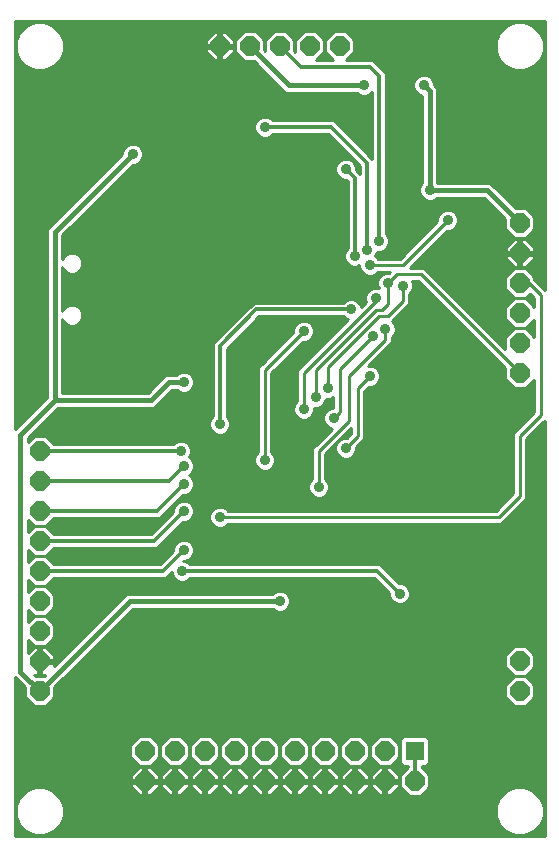
<source format=gbl>
G75*
G70*
%OFA0B0*%
%FSLAX24Y24*%
%IPPOS*%
%LPD*%
%AMOC8*
5,1,8,0,0,1.08239X$1,22.5*
%
%ADD10OC8,0.0640*%
%ADD11R,0.0640X0.0640*%
%ADD12C,0.0100*%
%ADD13C,0.0350*%
%ADD14C,0.0120*%
%ADD15C,0.0160*%
D10*
X001383Y005151D03*
X001383Y006151D03*
X001383Y007151D03*
X001383Y008151D03*
X001383Y009151D03*
X001383Y010151D03*
X001383Y011151D03*
X001383Y012151D03*
X001383Y013151D03*
X004883Y003151D03*
X004883Y002151D03*
X005883Y002151D03*
X005883Y003151D03*
X006883Y003151D03*
X006883Y002151D03*
X007883Y002151D03*
X007883Y003151D03*
X008883Y003151D03*
X008883Y002151D03*
X009883Y002151D03*
X009883Y003151D03*
X010883Y003151D03*
X010883Y002151D03*
X011883Y002151D03*
X011883Y003151D03*
X012883Y003151D03*
X012883Y002151D03*
X013883Y002151D03*
X017383Y005151D03*
X017383Y006151D03*
X017383Y015751D03*
X017383Y016751D03*
X017383Y017751D03*
X017383Y018751D03*
X017383Y019751D03*
X017383Y020751D03*
X011383Y026651D03*
X010383Y026651D03*
X009383Y026651D03*
X008383Y026651D03*
X007383Y026651D03*
D11*
X013883Y003151D03*
D12*
X000553Y005628D02*
X000553Y000321D01*
X018213Y000321D01*
X018213Y014170D01*
X018174Y014131D01*
X017603Y013560D01*
X017603Y011560D01*
X017474Y011431D01*
X016774Y010731D01*
X016592Y010731D01*
X007651Y010731D01*
X007578Y010659D01*
X007452Y010606D01*
X007314Y010606D01*
X007188Y010659D01*
X007091Y010756D01*
X007038Y010883D01*
X007038Y011020D01*
X007091Y011147D01*
X007188Y011244D01*
X007314Y011296D01*
X007452Y011296D01*
X007578Y011244D01*
X007651Y011171D01*
X016592Y011171D01*
X017163Y011742D01*
X017163Y013560D01*
X017163Y013742D01*
X017863Y014442D01*
X017863Y015538D01*
X017586Y015261D01*
X017180Y015261D01*
X016893Y015548D01*
X016893Y015930D01*
X013992Y018831D01*
X013782Y018831D01*
X013828Y018720D01*
X013828Y018583D01*
X013775Y018456D01*
X013703Y018383D01*
X013703Y018242D01*
X013703Y018060D01*
X013203Y017560D01*
X013122Y017480D01*
X013195Y017407D01*
X013248Y017280D01*
X013248Y017143D01*
X013195Y017016D01*
X013123Y016943D01*
X013123Y016780D01*
X012339Y015996D01*
X012452Y015996D01*
X012578Y015944D01*
X012675Y015847D01*
X012728Y015720D01*
X012728Y015583D01*
X012675Y015456D01*
X012578Y015359D01*
X012452Y015306D01*
X012349Y015306D01*
X012203Y015160D01*
X012203Y013560D01*
X012074Y013431D01*
X011928Y013285D01*
X011928Y013183D01*
X011875Y013056D01*
X011778Y012959D01*
X011652Y012906D01*
X011514Y012906D01*
X011388Y012959D01*
X011291Y013056D01*
X011238Y013183D01*
X011238Y013320D01*
X011291Y013447D01*
X011388Y013544D01*
X011514Y013596D01*
X011617Y013596D01*
X011763Y013742D01*
X011763Y013920D01*
X010903Y013060D01*
X010903Y012219D01*
X010975Y012147D01*
X011028Y012020D01*
X011028Y011883D01*
X010975Y011756D01*
X010878Y011659D01*
X010752Y011606D01*
X010614Y011606D01*
X010488Y011659D01*
X010391Y011756D01*
X010338Y011883D01*
X010338Y012020D01*
X010391Y012147D01*
X010463Y012219D01*
X010463Y013242D01*
X010592Y013371D01*
X011127Y013906D01*
X011114Y013906D01*
X010988Y013959D01*
X010891Y014056D01*
X010838Y014183D01*
X010838Y014320D01*
X010891Y014447D01*
X010988Y014544D01*
X011114Y014596D01*
X011163Y014596D01*
X011163Y014952D01*
X011052Y014906D01*
X010928Y014906D01*
X010928Y014883D01*
X010875Y014756D01*
X010778Y014659D01*
X010652Y014606D01*
X010528Y014606D01*
X010528Y014483D01*
X010475Y014356D01*
X010378Y014259D01*
X010252Y014206D01*
X010114Y014206D01*
X009988Y014259D01*
X009891Y014356D01*
X009838Y014483D01*
X009838Y014620D01*
X009891Y014747D01*
X009963Y014819D01*
X009963Y015660D01*
X009963Y015842D01*
X011663Y017542D01*
X011563Y017584D01*
X011500Y017646D01*
X008703Y017646D01*
X007613Y016556D01*
X007613Y014309D01*
X007675Y014247D01*
X007728Y014120D01*
X007728Y013983D01*
X007675Y013856D01*
X007578Y013759D01*
X007452Y013706D01*
X007314Y013706D01*
X007188Y013759D01*
X007091Y013856D01*
X007038Y013983D01*
X007038Y014120D01*
X007091Y014247D01*
X007153Y014309D01*
X007153Y016556D01*
X007153Y016746D01*
X008513Y018106D01*
X008703Y018106D01*
X011500Y018106D01*
X011563Y018169D01*
X011689Y018221D01*
X011827Y018221D01*
X011953Y018169D01*
X012050Y018072D01*
X012092Y017971D01*
X012257Y018136D01*
X012238Y018183D01*
X012238Y018320D01*
X012291Y018447D01*
X012388Y018544D01*
X012514Y018596D01*
X012652Y018596D01*
X012678Y018585D01*
X012638Y018683D01*
X012638Y018820D01*
X012691Y018947D01*
X012788Y019044D01*
X012914Y019096D01*
X013017Y019096D01*
X013052Y019131D01*
X012651Y019131D01*
X012578Y019059D01*
X012452Y019006D01*
X012314Y019006D01*
X012188Y019059D01*
X012091Y019156D01*
X012038Y019283D01*
X012038Y019342D01*
X011952Y019306D01*
X011814Y019306D01*
X011688Y019359D01*
X011591Y019456D01*
X011538Y019583D01*
X011538Y019720D01*
X011591Y019847D01*
X011653Y019909D01*
X011653Y022156D01*
X011603Y022206D01*
X011514Y022206D01*
X011388Y022259D01*
X011291Y022356D01*
X011238Y022483D01*
X011238Y022620D01*
X011291Y022747D01*
X011388Y022844D01*
X011514Y022896D01*
X011652Y022896D01*
X011778Y022844D01*
X011875Y022747D01*
X011928Y022620D01*
X011928Y022531D01*
X012053Y022406D01*
X012053Y022656D01*
X010988Y023721D01*
X009141Y023721D01*
X009078Y023659D01*
X008952Y023606D01*
X008814Y023606D01*
X008688Y023659D01*
X008591Y023756D01*
X008538Y023883D01*
X008538Y024020D01*
X008591Y024147D01*
X008688Y024244D01*
X008814Y024296D01*
X008952Y024296D01*
X009078Y024244D01*
X009141Y024181D01*
X011178Y024181D01*
X011313Y024046D01*
X012453Y022906D01*
X012453Y025133D01*
X012378Y025059D01*
X012252Y025006D01*
X012114Y025006D01*
X011988Y025059D01*
X011945Y025101D01*
X009733Y025101D01*
X009633Y025101D01*
X009541Y025139D01*
X008519Y026161D01*
X008180Y026161D01*
X007893Y026448D01*
X007893Y026854D01*
X008180Y027141D01*
X008586Y027141D01*
X008873Y026854D01*
X008873Y026515D01*
X008893Y026495D01*
X008893Y026854D01*
X009180Y027141D01*
X009586Y027141D01*
X009873Y026854D01*
X009873Y026486D01*
X009893Y026466D01*
X009893Y026854D01*
X010180Y027141D01*
X010586Y027141D01*
X010873Y026854D01*
X010873Y026448D01*
X010606Y026181D01*
X011160Y026181D01*
X010893Y026448D01*
X010893Y026854D01*
X011180Y027141D01*
X011586Y027141D01*
X011873Y026854D01*
X011873Y026448D01*
X011606Y026181D01*
X012478Y026181D01*
X012613Y026046D01*
X012913Y025746D01*
X012913Y025556D01*
X012913Y020409D01*
X012975Y020347D01*
X013028Y020220D01*
X013028Y020083D01*
X012975Y019956D01*
X012878Y019859D01*
X012752Y019806D01*
X012628Y019806D01*
X012628Y019783D01*
X012575Y019656D01*
X012568Y019648D01*
X012578Y019644D01*
X012651Y019571D01*
X013392Y019571D01*
X014638Y020817D01*
X014638Y020920D01*
X014691Y021047D01*
X014788Y021144D01*
X014914Y021196D01*
X015052Y021196D01*
X015178Y021144D01*
X015275Y021047D01*
X015328Y020920D01*
X015328Y020783D01*
X015275Y020656D01*
X015178Y020559D01*
X015052Y020506D01*
X014949Y020506D01*
X013714Y019271D01*
X014174Y019271D01*
X014303Y019142D01*
X014303Y019142D01*
X016893Y016552D01*
X016893Y016954D01*
X017180Y017241D01*
X017586Y017241D01*
X017863Y016964D01*
X017863Y017538D01*
X017586Y017261D01*
X017180Y017261D01*
X016893Y017548D01*
X016893Y017954D01*
X017180Y018241D01*
X017586Y018241D01*
X017863Y017964D01*
X017863Y018260D01*
X017724Y018399D01*
X017586Y018261D01*
X017180Y018261D01*
X016893Y018548D01*
X016893Y018954D01*
X017180Y019241D01*
X017586Y019241D01*
X017873Y018954D01*
X017873Y018872D01*
X017903Y018842D01*
X018213Y018532D01*
X018213Y027473D01*
X000553Y027473D01*
X000553Y013875D01*
X001633Y014955D01*
X001633Y020401D01*
X001633Y020501D01*
X001671Y020593D01*
X004138Y023060D01*
X004138Y023120D01*
X004191Y023247D01*
X004288Y023344D01*
X004414Y023396D01*
X004552Y023396D01*
X004678Y023344D01*
X004775Y023247D01*
X004828Y023120D01*
X004828Y022983D01*
X004775Y022856D01*
X004678Y022759D01*
X004552Y022706D01*
X004491Y022706D01*
X002133Y020348D01*
X002133Y019540D01*
X002164Y019614D01*
X002261Y019712D01*
X002389Y019764D01*
X002527Y019764D01*
X002655Y019712D01*
X002752Y019614D01*
X002805Y019486D01*
X002805Y019348D01*
X002752Y019221D01*
X002655Y019123D01*
X002527Y019070D01*
X002389Y019070D01*
X002261Y019123D01*
X002164Y019221D01*
X002133Y019295D01*
X002133Y017807D01*
X002164Y017882D01*
X002261Y017979D01*
X002389Y018032D01*
X002527Y018032D01*
X002655Y017979D01*
X002752Y017882D01*
X002805Y017754D01*
X002805Y017616D01*
X002752Y017488D01*
X002655Y017391D01*
X002527Y017338D01*
X002389Y017338D01*
X002261Y017391D01*
X002164Y017488D01*
X002133Y017563D01*
X002133Y015101D01*
X004979Y015101D01*
X005541Y015663D01*
X005633Y015701D01*
X005733Y015701D01*
X005945Y015701D01*
X005988Y015744D01*
X006114Y015796D01*
X006252Y015796D01*
X006378Y015744D01*
X006475Y015647D01*
X006528Y015520D01*
X006528Y015383D01*
X006475Y015256D01*
X006378Y015159D01*
X006252Y015106D01*
X006114Y015106D01*
X005988Y015159D01*
X005945Y015201D01*
X005786Y015201D01*
X005225Y014639D01*
X005133Y014601D01*
X005033Y014601D01*
X001986Y014601D01*
X000983Y013598D01*
X000983Y013444D01*
X001180Y013641D01*
X001586Y013641D01*
X001846Y013381D01*
X005825Y013381D01*
X005888Y013444D01*
X006014Y013496D01*
X006152Y013496D01*
X006278Y013444D01*
X006375Y013347D01*
X006428Y013220D01*
X006428Y013083D01*
X006375Y012956D01*
X006368Y012948D01*
X006378Y012944D01*
X006475Y012847D01*
X006528Y012720D01*
X006528Y012583D01*
X006475Y012456D01*
X006378Y012359D01*
X006360Y012351D01*
X006378Y012344D01*
X006475Y012247D01*
X006528Y012120D01*
X006528Y011983D01*
X006475Y011856D01*
X006378Y011759D01*
X006252Y011706D01*
X006163Y011706D01*
X005513Y011056D01*
X005378Y010921D01*
X001846Y010921D01*
X001586Y010661D01*
X001180Y010661D01*
X000983Y010858D01*
X000983Y010444D01*
X001180Y010641D01*
X001586Y010641D01*
X001846Y010381D01*
X005088Y010381D01*
X005838Y011131D01*
X005838Y011220D01*
X005891Y011347D01*
X005988Y011444D01*
X006114Y011496D01*
X006252Y011496D01*
X006378Y011444D01*
X006475Y011347D01*
X006528Y011220D01*
X006528Y011083D01*
X006475Y010956D01*
X006378Y010859D01*
X006252Y010806D01*
X006163Y010806D01*
X005413Y010056D01*
X005278Y009921D01*
X001846Y009921D01*
X001586Y009661D01*
X001180Y009661D01*
X000983Y009858D01*
X000983Y009444D01*
X001180Y009641D01*
X001586Y009641D01*
X001846Y009381D01*
X005388Y009381D01*
X005838Y009831D01*
X005838Y009920D01*
X005891Y010047D01*
X005988Y010144D01*
X006114Y010196D01*
X006252Y010196D01*
X006378Y010144D01*
X006475Y010047D01*
X006528Y009920D01*
X006528Y009783D01*
X006475Y009656D01*
X006378Y009559D01*
X006252Y009506D01*
X006163Y009506D01*
X006153Y009496D01*
X006202Y009496D01*
X006328Y009444D01*
X006391Y009381D01*
X012728Y009381D01*
X012863Y009246D01*
X013363Y008746D01*
X013452Y008746D01*
X013578Y008694D01*
X013675Y008597D01*
X013728Y008470D01*
X013728Y008333D01*
X013675Y008206D01*
X013578Y008109D01*
X013452Y008056D01*
X013314Y008056D01*
X013188Y008109D01*
X013091Y008206D01*
X013038Y008333D01*
X013038Y008421D01*
X012538Y008921D01*
X006391Y008921D01*
X006328Y008859D01*
X006202Y008806D01*
X006064Y008806D01*
X005938Y008859D01*
X005841Y008956D01*
X005788Y009083D01*
X005788Y009131D01*
X005713Y009056D01*
X005578Y008921D01*
X001846Y008921D01*
X001586Y008661D01*
X001180Y008661D01*
X000983Y008858D01*
X000983Y008444D01*
X001180Y008641D01*
X001586Y008641D01*
X001873Y008354D01*
X001873Y007948D01*
X001586Y007661D01*
X001180Y007661D01*
X000983Y007858D01*
X000983Y007444D01*
X001180Y007641D01*
X001586Y007641D01*
X001873Y007354D01*
X001873Y006948D01*
X001586Y006661D01*
X001180Y006661D01*
X000983Y006858D01*
X000983Y006416D01*
X001188Y006621D01*
X001333Y006621D01*
X001333Y006201D01*
X001433Y006201D01*
X001853Y006201D01*
X001853Y006346D01*
X001578Y006621D01*
X001433Y006621D01*
X001433Y006201D01*
X001433Y006101D01*
X001433Y005681D01*
X001560Y005681D01*
X001519Y005641D01*
X001246Y005641D01*
X001206Y005681D01*
X001333Y005681D01*
X001333Y006101D01*
X001433Y006101D01*
X001853Y006101D01*
X001853Y005975D01*
X004241Y008363D01*
X004333Y008401D01*
X004433Y008401D01*
X009145Y008401D01*
X009188Y008444D01*
X009314Y008496D01*
X009452Y008496D01*
X009578Y008444D01*
X009675Y008347D01*
X009728Y008220D01*
X009728Y008083D01*
X009675Y007956D01*
X009578Y007859D01*
X009452Y007806D01*
X009314Y007806D01*
X009188Y007859D01*
X009145Y007901D01*
X004486Y007901D01*
X001873Y005288D01*
X001873Y004948D01*
X001586Y004661D01*
X001180Y004661D01*
X000893Y004948D01*
X000893Y005288D01*
X000591Y005589D01*
X000553Y005628D01*
X000553Y005571D02*
X000610Y005571D01*
X000553Y005473D02*
X000708Y005473D01*
X000807Y005374D02*
X000553Y005374D01*
X000553Y005275D02*
X000893Y005275D01*
X000893Y005177D02*
X000553Y005177D01*
X000553Y005078D02*
X000893Y005078D01*
X000893Y004980D02*
X000553Y004980D01*
X000553Y004881D02*
X000960Y004881D01*
X001059Y004783D02*
X000553Y004783D01*
X000553Y004684D02*
X001157Y004684D01*
X001609Y004684D02*
X017157Y004684D01*
X017180Y004661D02*
X017586Y004661D01*
X017873Y004948D01*
X017873Y005354D01*
X017586Y005641D01*
X017180Y005641D01*
X016893Y005354D01*
X016893Y004948D01*
X017180Y004661D01*
X017059Y004783D02*
X001707Y004783D01*
X001806Y004881D02*
X016960Y004881D01*
X016893Y004980D02*
X001873Y004980D01*
X001873Y005078D02*
X016893Y005078D01*
X016893Y005177D02*
X001873Y005177D01*
X001873Y005275D02*
X016893Y005275D01*
X016913Y005374D02*
X001959Y005374D01*
X002058Y005473D02*
X017011Y005473D01*
X017110Y005571D02*
X002156Y005571D01*
X002255Y005670D02*
X017172Y005670D01*
X017180Y005661D02*
X017586Y005661D01*
X017873Y005948D01*
X017873Y006354D01*
X017586Y006641D01*
X017180Y006641D01*
X016893Y006354D01*
X016893Y005948D01*
X017180Y005661D01*
X017073Y005768D02*
X002353Y005768D01*
X002452Y005867D02*
X016975Y005867D01*
X016893Y005965D02*
X002551Y005965D01*
X002649Y006064D02*
X016893Y006064D01*
X016893Y006162D02*
X002748Y006162D01*
X002846Y006261D02*
X016893Y006261D01*
X016898Y006359D02*
X002945Y006359D01*
X003043Y006458D02*
X016997Y006458D01*
X017095Y006556D02*
X003142Y006556D01*
X003240Y006655D02*
X018213Y006655D01*
X018213Y006556D02*
X017671Y006556D01*
X017769Y006458D02*
X018213Y006458D01*
X018213Y006359D02*
X017868Y006359D01*
X017873Y006261D02*
X018213Y006261D01*
X018213Y006162D02*
X017873Y006162D01*
X017873Y006064D02*
X018213Y006064D01*
X018213Y005965D02*
X017873Y005965D01*
X017791Y005867D02*
X018213Y005867D01*
X018213Y005768D02*
X017693Y005768D01*
X017594Y005670D02*
X018213Y005670D01*
X018213Y005571D02*
X017656Y005571D01*
X017755Y005473D02*
X018213Y005473D01*
X018213Y005374D02*
X017853Y005374D01*
X017873Y005275D02*
X018213Y005275D01*
X018213Y005177D02*
X017873Y005177D01*
X017873Y005078D02*
X018213Y005078D01*
X018213Y004980D02*
X017873Y004980D01*
X017806Y004881D02*
X018213Y004881D01*
X018213Y004783D02*
X017707Y004783D01*
X017609Y004684D02*
X018213Y004684D01*
X018213Y004586D02*
X000553Y004586D01*
X000553Y004487D02*
X018213Y004487D01*
X018213Y004389D02*
X000553Y004389D01*
X000553Y004290D02*
X018213Y004290D01*
X018213Y004191D02*
X000553Y004191D01*
X000553Y004093D02*
X018213Y004093D01*
X018213Y003994D02*
X000553Y003994D01*
X000553Y003896D02*
X018213Y003896D01*
X018213Y003797D02*
X000553Y003797D01*
X000553Y003699D02*
X018213Y003699D01*
X018213Y003600D02*
X014314Y003600D01*
X014273Y003641D02*
X014373Y003542D01*
X014373Y002761D01*
X014273Y002661D01*
X014113Y002661D01*
X014113Y002614D01*
X014373Y002354D01*
X014373Y001948D01*
X014086Y001661D01*
X013680Y001661D01*
X013393Y001948D01*
X013393Y002354D01*
X013653Y002614D01*
X013653Y002661D01*
X013493Y002661D01*
X013393Y002761D01*
X013393Y003542D01*
X013493Y003641D01*
X014273Y003641D01*
X014373Y003502D02*
X018213Y003502D01*
X018213Y003403D02*
X014373Y003403D01*
X014373Y003305D02*
X018213Y003305D01*
X018213Y003206D02*
X014373Y003206D01*
X014373Y003107D02*
X018213Y003107D01*
X018213Y003009D02*
X014373Y003009D01*
X014373Y002910D02*
X018213Y002910D01*
X018213Y002812D02*
X014373Y002812D01*
X014326Y002713D02*
X018213Y002713D01*
X018213Y002615D02*
X014113Y002615D01*
X014211Y002516D02*
X018213Y002516D01*
X018213Y002418D02*
X014309Y002418D01*
X014373Y002319D02*
X018213Y002319D01*
X018213Y002221D02*
X014373Y002221D01*
X014373Y002122D02*
X018213Y002122D01*
X018213Y002024D02*
X014373Y002024D01*
X014350Y001925D02*
X017161Y001925D01*
X017224Y001951D02*
X016930Y001829D01*
X016705Y001604D01*
X016583Y001310D01*
X016583Y000992D01*
X016705Y000698D01*
X016930Y000473D01*
X017224Y000351D01*
X017542Y000351D01*
X017836Y000473D01*
X018061Y000698D01*
X018183Y000992D01*
X018183Y001310D01*
X018061Y001604D01*
X017836Y001829D01*
X017542Y001951D01*
X017224Y001951D01*
X016927Y001826D02*
X014251Y001826D01*
X014153Y001728D02*
X016828Y001728D01*
X016730Y001629D02*
X002036Y001629D01*
X002061Y001604D02*
X001836Y001829D01*
X001542Y001951D01*
X001224Y001951D01*
X000930Y001829D01*
X000705Y001604D01*
X000583Y001310D01*
X000583Y000992D01*
X000705Y000698D01*
X000930Y000473D01*
X001224Y000351D01*
X001542Y000351D01*
X001836Y000473D01*
X002061Y000698D01*
X002183Y000992D01*
X002183Y001310D01*
X002061Y001604D01*
X002092Y001531D02*
X016674Y001531D01*
X016634Y001432D02*
X002132Y001432D01*
X002173Y001334D02*
X016593Y001334D01*
X016583Y001235D02*
X002183Y001235D01*
X002183Y001137D02*
X016583Y001137D01*
X016583Y001038D02*
X002183Y001038D01*
X002161Y000940D02*
X016605Y000940D01*
X016646Y000841D02*
X002120Y000841D01*
X002079Y000742D02*
X016686Y000742D01*
X016759Y000644D02*
X002007Y000644D01*
X001908Y000545D02*
X016858Y000545D01*
X016993Y000447D02*
X001773Y000447D01*
X000993Y000447D02*
X000553Y000447D01*
X000553Y000545D02*
X000858Y000545D01*
X000759Y000644D02*
X000553Y000644D01*
X000553Y000742D02*
X000686Y000742D01*
X000646Y000841D02*
X000553Y000841D01*
X000553Y000940D02*
X000605Y000940D01*
X000583Y001038D02*
X000553Y001038D01*
X000553Y001137D02*
X000583Y001137D01*
X000583Y001235D02*
X000553Y001235D01*
X000553Y001334D02*
X000593Y001334D01*
X000553Y001432D02*
X000634Y001432D01*
X000674Y001531D02*
X000553Y001531D01*
X000553Y001629D02*
X000730Y001629D01*
X000828Y001728D02*
X000553Y001728D01*
X000553Y001826D02*
X000927Y001826D01*
X001161Y001925D02*
X000553Y001925D01*
X000553Y002024D02*
X004413Y002024D01*
X004413Y001956D02*
X004688Y001681D01*
X004833Y001681D01*
X004833Y002101D01*
X004933Y002101D01*
X004933Y001681D01*
X005078Y001681D01*
X005353Y001956D01*
X005353Y002101D01*
X004933Y002101D01*
X004933Y002201D01*
X005353Y002201D01*
X005353Y002346D01*
X005078Y002621D01*
X004933Y002621D01*
X004933Y002201D01*
X004833Y002201D01*
X004833Y002101D01*
X004413Y002101D01*
X004413Y001956D01*
X004445Y001925D02*
X001605Y001925D01*
X001839Y001826D02*
X004543Y001826D01*
X004642Y001728D02*
X001938Y001728D01*
X000553Y002122D02*
X004833Y002122D01*
X004833Y002201D02*
X004413Y002201D01*
X004413Y002346D01*
X004688Y002621D01*
X004833Y002621D01*
X004833Y002201D01*
X004833Y002221D02*
X004933Y002221D01*
X004933Y002319D02*
X004833Y002319D01*
X004833Y002418D02*
X004933Y002418D01*
X004933Y002516D02*
X004833Y002516D01*
X004833Y002615D02*
X004933Y002615D01*
X005084Y002615D02*
X005682Y002615D01*
X005688Y002621D02*
X005413Y002346D01*
X005413Y002201D01*
X005833Y002201D01*
X005833Y002101D01*
X005933Y002101D01*
X005933Y001681D01*
X006078Y001681D01*
X006353Y001956D01*
X006353Y002101D01*
X005933Y002101D01*
X005933Y002201D01*
X006353Y002201D01*
X006353Y002346D01*
X006078Y002621D01*
X005933Y002621D01*
X005933Y002201D01*
X005833Y002201D01*
X005833Y002621D01*
X005688Y002621D01*
X005680Y002661D02*
X006086Y002661D01*
X006373Y002948D01*
X006373Y003354D01*
X006086Y003641D01*
X005680Y003641D01*
X005393Y003354D01*
X005393Y002948D01*
X005680Y002661D01*
X005628Y002713D02*
X005138Y002713D01*
X005086Y002661D02*
X005373Y002948D01*
X005373Y003354D01*
X005086Y003641D01*
X004680Y003641D01*
X004393Y003354D01*
X004393Y002948D01*
X004680Y002661D01*
X005086Y002661D01*
X005183Y002516D02*
X005583Y002516D01*
X005485Y002418D02*
X005281Y002418D01*
X005353Y002319D02*
X005413Y002319D01*
X005413Y002221D02*
X005353Y002221D01*
X005413Y002101D02*
X005413Y001956D01*
X005688Y001681D01*
X005833Y001681D01*
X005833Y002101D01*
X005413Y002101D01*
X005413Y002024D02*
X005353Y002024D01*
X005321Y001925D02*
X005445Y001925D01*
X005543Y001826D02*
X005223Y001826D01*
X005124Y001728D02*
X005642Y001728D01*
X005833Y001728D02*
X005933Y001728D01*
X005933Y001826D02*
X005833Y001826D01*
X005833Y001925D02*
X005933Y001925D01*
X005933Y002024D02*
X005833Y002024D01*
X005833Y002122D02*
X004933Y002122D01*
X004933Y002024D02*
X004833Y002024D01*
X004833Y001925D02*
X004933Y001925D01*
X004933Y001826D02*
X004833Y001826D01*
X004833Y001728D02*
X004933Y001728D01*
X004485Y002418D02*
X000553Y002418D01*
X000553Y002516D02*
X004583Y002516D01*
X004682Y002615D02*
X000553Y002615D01*
X000553Y002713D02*
X004628Y002713D01*
X004529Y002812D02*
X000553Y002812D01*
X000553Y002910D02*
X004431Y002910D01*
X004393Y003009D02*
X000553Y003009D01*
X000553Y003107D02*
X004393Y003107D01*
X004393Y003206D02*
X000553Y003206D01*
X000553Y003305D02*
X004393Y003305D01*
X004442Y003403D02*
X000553Y003403D01*
X000553Y003502D02*
X004541Y003502D01*
X004639Y003600D02*
X000553Y003600D01*
X000553Y002319D02*
X004413Y002319D01*
X004413Y002221D02*
X000553Y002221D01*
X000553Y000348D02*
X018213Y000348D01*
X018213Y000447D02*
X017773Y000447D01*
X017908Y000545D02*
X018213Y000545D01*
X018213Y000644D02*
X018007Y000644D01*
X018079Y000742D02*
X018213Y000742D01*
X018213Y000841D02*
X018120Y000841D01*
X018161Y000940D02*
X018213Y000940D01*
X018213Y001038D02*
X018183Y001038D01*
X018183Y001137D02*
X018213Y001137D01*
X018213Y001235D02*
X018183Y001235D01*
X018173Y001334D02*
X018213Y001334D01*
X018213Y001432D02*
X018132Y001432D01*
X018092Y001531D02*
X018213Y001531D01*
X018213Y001629D02*
X018036Y001629D01*
X017938Y001728D02*
X018213Y001728D01*
X018213Y001826D02*
X017839Y001826D01*
X017605Y001925D02*
X018213Y001925D01*
X018213Y006754D02*
X003339Y006754D01*
X003437Y006852D02*
X018213Y006852D01*
X018213Y006951D02*
X003536Y006951D01*
X003635Y007049D02*
X018213Y007049D01*
X018213Y007148D02*
X003733Y007148D01*
X003832Y007246D02*
X018213Y007246D01*
X018213Y007345D02*
X003930Y007345D01*
X004029Y007443D02*
X018213Y007443D01*
X018213Y007542D02*
X004127Y007542D01*
X004226Y007640D02*
X018213Y007640D01*
X018213Y007739D02*
X004324Y007739D01*
X004423Y007838D02*
X009239Y007838D01*
X009527Y007838D02*
X018213Y007838D01*
X018213Y007936D02*
X009656Y007936D01*
X009708Y008035D02*
X018213Y008035D01*
X018213Y008133D02*
X013603Y008133D01*
X013686Y008232D02*
X018213Y008232D01*
X018213Y008330D02*
X013727Y008330D01*
X013728Y008429D02*
X018213Y008429D01*
X018213Y008527D02*
X013704Y008527D01*
X013646Y008626D02*
X018213Y008626D01*
X018213Y008724D02*
X013504Y008724D01*
X013286Y008823D02*
X018213Y008823D01*
X018213Y008922D02*
X013188Y008922D01*
X013089Y009020D02*
X018213Y009020D01*
X018213Y009119D02*
X012991Y009119D01*
X012892Y009217D02*
X018213Y009217D01*
X018213Y009316D02*
X012794Y009316D01*
X012636Y008823D02*
X006242Y008823D01*
X006024Y008823D02*
X001748Y008823D01*
X001649Y008724D02*
X012734Y008724D01*
X012833Y008626D02*
X001601Y008626D01*
X001700Y008527D02*
X012932Y008527D01*
X013030Y008429D02*
X009593Y008429D01*
X009682Y008330D02*
X013039Y008330D01*
X013080Y008232D02*
X009723Y008232D01*
X009728Y008133D02*
X013163Y008133D01*
X010900Y011681D02*
X017101Y011681D01*
X017163Y011779D02*
X010985Y011779D01*
X011026Y011878D02*
X017163Y011878D01*
X017163Y011976D02*
X011028Y011976D01*
X011005Y012075D02*
X017163Y012075D01*
X017163Y012173D02*
X010949Y012173D01*
X010903Y012272D02*
X017163Y012272D01*
X017163Y012371D02*
X010903Y012371D01*
X010903Y012469D02*
X017163Y012469D01*
X017163Y012568D02*
X010903Y012568D01*
X010903Y012666D02*
X017163Y012666D01*
X017163Y012765D02*
X010903Y012765D01*
X010903Y012863D02*
X017163Y012863D01*
X017163Y012962D02*
X011781Y012962D01*
X011877Y013060D02*
X017163Y013060D01*
X017163Y013159D02*
X011918Y013159D01*
X011928Y013257D02*
X017163Y013257D01*
X017163Y013356D02*
X011999Y013356D01*
X012097Y013455D02*
X017163Y013455D01*
X017163Y013553D02*
X012196Y013553D01*
X012203Y013652D02*
X017163Y013652D01*
X017171Y013750D02*
X012203Y013750D01*
X012203Y013849D02*
X017269Y013849D01*
X017368Y013947D02*
X012203Y013947D01*
X012203Y014046D02*
X017466Y014046D01*
X017565Y014144D02*
X012203Y014144D01*
X012203Y014243D02*
X017664Y014243D01*
X017762Y014341D02*
X012203Y014341D01*
X012203Y014440D02*
X017861Y014440D01*
X017863Y014539D02*
X012203Y014539D01*
X012203Y014637D02*
X017863Y014637D01*
X017863Y014736D02*
X012203Y014736D01*
X012203Y014834D02*
X017863Y014834D01*
X017863Y014933D02*
X012203Y014933D01*
X012203Y015031D02*
X017863Y015031D01*
X017863Y015130D02*
X012203Y015130D01*
X012271Y015228D02*
X017863Y015228D01*
X017863Y015327D02*
X017652Y015327D01*
X017750Y015425D02*
X017863Y015425D01*
X017849Y015524D02*
X017863Y015524D01*
X017383Y015751D02*
X014083Y019051D01*
X013283Y019051D01*
X012983Y018751D01*
X012983Y018051D01*
X012783Y017851D01*
X012583Y017851D01*
X010583Y015851D01*
X010583Y014951D01*
X010726Y014637D02*
X011163Y014637D01*
X011163Y014736D02*
X010855Y014736D01*
X010908Y014834D02*
X011163Y014834D01*
X011163Y014933D02*
X011116Y014933D01*
X010983Y015251D02*
X010983Y015951D01*
X012683Y017651D01*
X012983Y017651D01*
X013483Y018151D01*
X013483Y018651D01*
X013703Y018382D02*
X014441Y018382D01*
X014343Y018480D02*
X013786Y018480D01*
X013826Y018579D02*
X014244Y018579D01*
X014146Y018677D02*
X013828Y018677D01*
X013805Y018776D02*
X014047Y018776D01*
X014374Y019071D02*
X017010Y019071D01*
X016912Y018973D02*
X014472Y018973D01*
X014571Y018874D02*
X016893Y018874D01*
X016893Y018776D02*
X014669Y018776D01*
X014768Y018677D02*
X016893Y018677D01*
X016893Y018579D02*
X014866Y018579D01*
X014965Y018480D02*
X016961Y018480D01*
X017060Y018382D02*
X015064Y018382D01*
X015162Y018283D02*
X017158Y018283D01*
X017124Y018185D02*
X015261Y018185D01*
X015359Y018086D02*
X017025Y018086D01*
X016926Y017988D02*
X015458Y017988D01*
X015556Y017889D02*
X016893Y017889D01*
X016893Y017790D02*
X015655Y017790D01*
X015753Y017692D02*
X016893Y017692D01*
X016893Y017593D02*
X015852Y017593D01*
X015950Y017495D02*
X016946Y017495D01*
X017045Y017396D02*
X016049Y017396D01*
X016147Y017298D02*
X017144Y017298D01*
X017138Y017199D02*
X016246Y017199D01*
X016345Y017101D02*
X017040Y017101D01*
X016941Y017002D02*
X016443Y017002D01*
X016542Y016904D02*
X016893Y016904D01*
X016893Y016805D02*
X016640Y016805D01*
X016739Y016706D02*
X016893Y016706D01*
X016893Y016608D02*
X016837Y016608D01*
X016511Y016312D02*
X012655Y016312D01*
X012557Y016214D02*
X016609Y016214D01*
X016708Y016115D02*
X012458Y016115D01*
X012360Y016017D02*
X016806Y016017D01*
X016893Y015918D02*
X012604Y015918D01*
X012687Y015820D02*
X016893Y015820D01*
X016893Y015721D02*
X012727Y015721D01*
X012728Y015622D02*
X016893Y015622D01*
X016917Y015524D02*
X012704Y015524D01*
X012645Y015425D02*
X017016Y015425D01*
X017114Y015327D02*
X012501Y015327D01*
X012383Y015651D02*
X011983Y015251D01*
X011983Y013651D01*
X011583Y013251D01*
X011410Y013553D02*
X011396Y013553D01*
X011298Y013455D02*
X011297Y013455D01*
X011253Y013356D02*
X011199Y013356D01*
X011238Y013257D02*
X011100Y013257D01*
X011002Y013159D02*
X011248Y013159D01*
X011289Y013060D02*
X010903Y013060D01*
X010903Y012962D02*
X011384Y012962D01*
X011494Y013652D02*
X011672Y013652D01*
X011593Y013750D02*
X011763Y013750D01*
X011763Y013849D02*
X011692Y013849D01*
X011683Y014151D02*
X010683Y013151D01*
X010683Y011951D01*
X010417Y012173D02*
X006506Y012173D01*
X006528Y012075D02*
X010361Y012075D01*
X010338Y011976D02*
X006525Y011976D01*
X006485Y011878D02*
X010340Y011878D01*
X010381Y011779D02*
X006399Y011779D01*
X006138Y011681D02*
X010466Y011681D01*
X010463Y012272D02*
X006450Y012272D01*
X006390Y012371D02*
X010463Y012371D01*
X010463Y012469D02*
X006481Y012469D01*
X006522Y012568D02*
X008679Y012568D01*
X008688Y012559D02*
X008814Y012506D01*
X008952Y012506D01*
X009078Y012559D01*
X009175Y012656D01*
X009228Y012783D01*
X009228Y012920D01*
X009175Y013047D01*
X009103Y013119D01*
X009103Y015760D01*
X010149Y016806D01*
X010252Y016806D01*
X010378Y016859D01*
X010475Y016956D01*
X010528Y017083D01*
X010528Y017220D01*
X010475Y017347D01*
X010378Y017444D01*
X010252Y017496D01*
X010114Y017496D01*
X009988Y017444D01*
X009891Y017347D01*
X009838Y017220D01*
X009838Y017117D01*
X008792Y016071D01*
X008663Y015942D01*
X008663Y013119D01*
X008591Y013047D01*
X008538Y012920D01*
X008538Y012783D01*
X008591Y012656D01*
X008688Y012559D01*
X008586Y012666D02*
X006528Y012666D01*
X006509Y012765D02*
X008545Y012765D01*
X008538Y012863D02*
X006459Y012863D01*
X006378Y012962D02*
X008555Y012962D01*
X008604Y013060D02*
X006419Y013060D01*
X006428Y013159D02*
X008663Y013159D01*
X008663Y013257D02*
X006412Y013257D01*
X006366Y013356D02*
X008663Y013356D01*
X008663Y013455D02*
X006252Y013455D01*
X005914Y013455D02*
X001773Y013455D01*
X001674Y013553D02*
X008663Y013553D01*
X008663Y013652D02*
X001037Y013652D01*
X000983Y013553D02*
X001092Y013553D01*
X000993Y013455D02*
X000983Y013455D01*
X001135Y013750D02*
X007208Y013750D01*
X007098Y013849D02*
X001234Y013849D01*
X001333Y013947D02*
X007053Y013947D01*
X007038Y014046D02*
X001431Y014046D01*
X001530Y014144D02*
X007048Y014144D01*
X007089Y014243D02*
X001628Y014243D01*
X001727Y014341D02*
X007153Y014341D01*
X007153Y014440D02*
X001825Y014440D01*
X001924Y014539D02*
X007153Y014539D01*
X007153Y014637D02*
X005219Y014637D01*
X005321Y014736D02*
X007153Y014736D01*
X007153Y014834D02*
X005419Y014834D01*
X005518Y014933D02*
X007153Y014933D01*
X007153Y015031D02*
X005617Y015031D01*
X005715Y015130D02*
X006057Y015130D01*
X006309Y015130D02*
X007153Y015130D01*
X007153Y015228D02*
X006448Y015228D01*
X006505Y015327D02*
X007153Y015327D01*
X007153Y015425D02*
X006528Y015425D01*
X006526Y015524D02*
X007153Y015524D01*
X007153Y015622D02*
X006485Y015622D01*
X006401Y015721D02*
X007153Y015721D01*
X007153Y015820D02*
X002133Y015820D01*
X002133Y015918D02*
X007153Y015918D01*
X007153Y016017D02*
X002133Y016017D01*
X002133Y016115D02*
X007153Y016115D01*
X007153Y016214D02*
X002133Y016214D01*
X002133Y016312D02*
X007153Y016312D01*
X007153Y016411D02*
X002133Y016411D01*
X002133Y016509D02*
X007153Y016509D01*
X007153Y016608D02*
X002133Y016608D01*
X002133Y016706D02*
X007153Y016706D01*
X007212Y016805D02*
X002133Y016805D01*
X002133Y016904D02*
X007310Y016904D01*
X007409Y017002D02*
X002133Y017002D01*
X002133Y017101D02*
X007507Y017101D01*
X007606Y017199D02*
X002133Y017199D01*
X002133Y017298D02*
X007704Y017298D01*
X007803Y017396D02*
X002660Y017396D01*
X002755Y017495D02*
X007901Y017495D01*
X008000Y017593D02*
X002796Y017593D01*
X002805Y017692D02*
X008098Y017692D01*
X008197Y017790D02*
X002790Y017790D01*
X002745Y017889D02*
X008296Y017889D01*
X008394Y017988D02*
X002635Y017988D01*
X002281Y017988D02*
X002133Y017988D01*
X002133Y018086D02*
X008493Y018086D01*
X008650Y017593D02*
X011553Y017593D01*
X011616Y017495D02*
X010255Y017495D01*
X010111Y017495D02*
X008552Y017495D01*
X008453Y017396D02*
X009940Y017396D01*
X009870Y017298D02*
X008355Y017298D01*
X008256Y017199D02*
X009838Y017199D01*
X009821Y017101D02*
X008158Y017101D01*
X008059Y017002D02*
X009723Y017002D01*
X009624Y016904D02*
X007961Y016904D01*
X007862Y016805D02*
X009526Y016805D01*
X009427Y016706D02*
X007764Y016706D01*
X007665Y016608D02*
X009329Y016608D01*
X009230Y016509D02*
X007613Y016509D01*
X007613Y016411D02*
X009132Y016411D01*
X009033Y016312D02*
X007613Y016312D01*
X007613Y016214D02*
X008934Y016214D01*
X008836Y016115D02*
X007613Y016115D01*
X007613Y016017D02*
X008737Y016017D01*
X008663Y015918D02*
X007613Y015918D01*
X007613Y015820D02*
X008663Y015820D01*
X008663Y015721D02*
X007613Y015721D01*
X007613Y015622D02*
X008663Y015622D01*
X008663Y015524D02*
X007613Y015524D01*
X007613Y015425D02*
X008663Y015425D01*
X008663Y015327D02*
X007613Y015327D01*
X007613Y015228D02*
X008663Y015228D01*
X008663Y015130D02*
X007613Y015130D01*
X007613Y015031D02*
X008663Y015031D01*
X008663Y014933D02*
X007613Y014933D01*
X007613Y014834D02*
X008663Y014834D01*
X008663Y014736D02*
X007613Y014736D01*
X007613Y014637D02*
X008663Y014637D01*
X008663Y014539D02*
X007613Y014539D01*
X007613Y014440D02*
X008663Y014440D01*
X008663Y014341D02*
X007613Y014341D01*
X007677Y014243D02*
X008663Y014243D01*
X008663Y014144D02*
X007718Y014144D01*
X007728Y014046D02*
X008663Y014046D01*
X008663Y013947D02*
X007713Y013947D01*
X007668Y013849D02*
X008663Y013849D01*
X008663Y013750D02*
X007558Y013750D01*
X008883Y012851D02*
X008883Y015851D01*
X010183Y017151D01*
X010148Y016805D02*
X010926Y016805D01*
X011024Y016904D02*
X010423Y016904D01*
X010495Y017002D02*
X011123Y017002D01*
X011221Y017101D02*
X010528Y017101D01*
X010528Y017199D02*
X011320Y017199D01*
X011418Y017298D02*
X010496Y017298D01*
X010426Y017396D02*
X011517Y017396D01*
X011601Y018185D02*
X002133Y018185D01*
X002133Y018283D02*
X012238Y018283D01*
X012238Y018185D02*
X011915Y018185D01*
X012036Y018086D02*
X012207Y018086D01*
X012108Y017988D02*
X012085Y017988D01*
X012264Y018382D02*
X002133Y018382D01*
X002133Y018480D02*
X012324Y018480D01*
X012472Y018579D02*
X002133Y018579D01*
X002133Y018677D02*
X012640Y018677D01*
X012638Y018776D02*
X002133Y018776D01*
X002133Y018874D02*
X012661Y018874D01*
X012717Y018973D02*
X002133Y018973D01*
X002133Y019071D02*
X002386Y019071D01*
X002530Y019071D02*
X012175Y019071D01*
X012085Y019170D02*
X002702Y019170D01*
X002772Y019269D02*
X012044Y019269D01*
X011679Y019367D02*
X002805Y019367D01*
X002805Y019466D02*
X011586Y019466D01*
X011546Y019564D02*
X002773Y019564D01*
X002703Y019663D02*
X011538Y019663D01*
X011555Y019761D02*
X002535Y019761D01*
X002381Y019761D02*
X002133Y019761D01*
X002133Y019663D02*
X002212Y019663D01*
X002143Y019564D02*
X002133Y019564D01*
X002133Y019269D02*
X002144Y019269D01*
X002133Y019170D02*
X002214Y019170D01*
X001633Y019170D02*
X000553Y019170D01*
X000553Y019071D02*
X001633Y019071D01*
X001633Y018973D02*
X000553Y018973D01*
X000553Y018874D02*
X001633Y018874D01*
X001633Y018776D02*
X000553Y018776D01*
X000553Y018677D02*
X001633Y018677D01*
X001633Y018579D02*
X000553Y018579D01*
X000553Y018480D02*
X001633Y018480D01*
X001633Y018382D02*
X000553Y018382D01*
X000553Y018283D02*
X001633Y018283D01*
X001633Y018185D02*
X000553Y018185D01*
X000553Y018086D02*
X001633Y018086D01*
X001633Y017988D02*
X000553Y017988D01*
X000553Y017889D02*
X001633Y017889D01*
X001633Y017790D02*
X000553Y017790D01*
X000553Y017692D02*
X001633Y017692D01*
X001633Y017593D02*
X000553Y017593D01*
X000553Y017495D02*
X001633Y017495D01*
X001633Y017396D02*
X000553Y017396D01*
X000553Y017298D02*
X001633Y017298D01*
X001633Y017199D02*
X000553Y017199D01*
X000553Y017101D02*
X001633Y017101D01*
X001633Y017002D02*
X000553Y017002D01*
X000553Y016904D02*
X001633Y016904D01*
X001633Y016805D02*
X000553Y016805D01*
X000553Y016706D02*
X001633Y016706D01*
X001633Y016608D02*
X000553Y016608D01*
X000553Y016509D02*
X001633Y016509D01*
X001633Y016411D02*
X000553Y016411D01*
X000553Y016312D02*
X001633Y016312D01*
X001633Y016214D02*
X000553Y016214D01*
X000553Y016115D02*
X001633Y016115D01*
X001633Y016017D02*
X000553Y016017D01*
X000553Y015918D02*
X001633Y015918D01*
X001633Y015820D02*
X000553Y015820D01*
X000553Y015721D02*
X001633Y015721D01*
X001633Y015622D02*
X000553Y015622D01*
X000553Y015524D02*
X001633Y015524D01*
X001633Y015425D02*
X000553Y015425D01*
X000553Y015327D02*
X001633Y015327D01*
X001633Y015228D02*
X000553Y015228D01*
X000553Y015130D02*
X001633Y015130D01*
X001633Y015031D02*
X000553Y015031D01*
X000553Y014933D02*
X001611Y014933D01*
X001512Y014834D02*
X000553Y014834D01*
X000553Y014736D02*
X001414Y014736D01*
X001315Y014637D02*
X000553Y014637D01*
X000553Y014539D02*
X001217Y014539D01*
X001118Y014440D02*
X000553Y014440D01*
X000553Y014341D02*
X001020Y014341D01*
X000921Y014243D02*
X000553Y014243D01*
X000553Y014144D02*
X000823Y014144D01*
X000724Y014046D02*
X000553Y014046D01*
X000553Y013947D02*
X000626Y013947D01*
X002133Y015130D02*
X005008Y015130D01*
X005107Y015228D02*
X002133Y015228D01*
X002133Y015327D02*
X005205Y015327D01*
X005304Y015425D02*
X002133Y015425D01*
X002133Y015524D02*
X005402Y015524D01*
X005501Y015622D02*
X002133Y015622D01*
X002133Y015721D02*
X005965Y015721D01*
X006039Y011582D02*
X017003Y011582D01*
X016904Y011484D02*
X006282Y011484D01*
X006437Y011385D02*
X016806Y011385D01*
X016707Y011287D02*
X007475Y011287D01*
X007291Y011287D02*
X006500Y011287D01*
X006528Y011188D02*
X007132Y011188D01*
X007067Y011089D02*
X006528Y011089D01*
X006490Y010991D02*
X007038Y010991D01*
X007038Y010892D02*
X006412Y010892D01*
X006151Y010794D02*
X007075Y010794D01*
X007151Y010695D02*
X006052Y010695D01*
X005954Y010597D02*
X018213Y010597D01*
X018213Y010695D02*
X007615Y010695D01*
X007383Y010951D02*
X016683Y010951D01*
X017383Y011651D01*
X017383Y013651D01*
X018083Y014351D01*
X018083Y018351D01*
X017683Y018751D01*
X017383Y018751D01*
X017109Y019170D02*
X014275Y019170D01*
X014177Y019269D02*
X018213Y019269D01*
X018213Y019367D02*
X017664Y019367D01*
X017578Y019281D02*
X017853Y019556D01*
X017853Y019701D01*
X017433Y019701D01*
X017433Y019281D01*
X017578Y019281D01*
X017657Y019170D02*
X018213Y019170D01*
X018213Y019071D02*
X017756Y019071D01*
X017854Y018973D02*
X018213Y018973D01*
X018213Y018874D02*
X017873Y018874D01*
X017969Y018776D02*
X018213Y018776D01*
X018213Y018677D02*
X018068Y018677D01*
X018166Y018579D02*
X018213Y018579D01*
X017840Y018283D02*
X017608Y018283D01*
X017642Y018185D02*
X017863Y018185D01*
X017863Y018086D02*
X017741Y018086D01*
X017840Y017988D02*
X017863Y017988D01*
X017741Y018382D02*
X017706Y018382D01*
X017333Y019281D02*
X017188Y019281D01*
X016913Y019556D01*
X016913Y019701D01*
X017333Y019701D01*
X017433Y019701D01*
X017433Y019801D01*
X017853Y019801D01*
X017853Y019946D01*
X017578Y020221D01*
X017433Y020221D01*
X017433Y019801D01*
X017333Y019801D01*
X017333Y019701D01*
X017333Y019281D01*
X017333Y019367D02*
X017433Y019367D01*
X017433Y019466D02*
X017333Y019466D01*
X017333Y019564D02*
X017433Y019564D01*
X017433Y019663D02*
X017333Y019663D01*
X017333Y019761D02*
X014204Y019761D01*
X014106Y019663D02*
X016913Y019663D01*
X016913Y019564D02*
X014007Y019564D01*
X013909Y019466D02*
X017004Y019466D01*
X017102Y019367D02*
X013810Y019367D01*
X013483Y019351D02*
X012383Y019351D01*
X012591Y019071D02*
X012855Y019071D01*
X012578Y019663D02*
X013483Y019663D01*
X013582Y019761D02*
X012619Y019761D01*
X012880Y019860D02*
X013681Y019860D01*
X013779Y019958D02*
X012976Y019958D01*
X013017Y020057D02*
X013878Y020057D01*
X013976Y020155D02*
X013028Y020155D01*
X013014Y020254D02*
X014075Y020254D01*
X014173Y020353D02*
X012969Y020353D01*
X012913Y020451D02*
X014272Y020451D01*
X014370Y020550D02*
X012913Y020550D01*
X012913Y020648D02*
X014469Y020648D01*
X014567Y020747D02*
X012913Y020747D01*
X012913Y020845D02*
X014638Y020845D01*
X014648Y020944D02*
X012913Y020944D01*
X012913Y021042D02*
X014689Y021042D01*
X014785Y021141D02*
X012913Y021141D01*
X012913Y021239D02*
X016541Y021239D01*
X016640Y021141D02*
X015181Y021141D01*
X015277Y021042D02*
X016738Y021042D01*
X016837Y020944D02*
X015318Y020944D01*
X015328Y020845D02*
X016893Y020845D01*
X016893Y020888D02*
X016893Y020548D01*
X017180Y020261D01*
X017586Y020261D01*
X017873Y020548D01*
X017873Y020954D01*
X017586Y021241D01*
X017246Y021241D01*
X016425Y022063D01*
X016333Y022101D01*
X016233Y022101D01*
X014633Y022101D01*
X014633Y025101D01*
X014633Y025201D01*
X014595Y025293D01*
X014528Y025360D01*
X014528Y025420D01*
X014475Y025547D01*
X014378Y025644D01*
X014252Y025696D01*
X014114Y025696D01*
X013988Y025644D01*
X013891Y025547D01*
X013838Y025420D01*
X013838Y025283D01*
X013891Y025156D01*
X013988Y025059D01*
X014114Y025006D01*
X014133Y025006D01*
X014133Y022089D01*
X014091Y022047D01*
X014038Y021920D01*
X014038Y021783D01*
X014091Y021656D01*
X014188Y021559D01*
X014314Y021506D01*
X014452Y021506D01*
X014578Y021559D01*
X014621Y021601D01*
X016179Y021601D01*
X016893Y020888D01*
X016893Y020747D02*
X015313Y020747D01*
X015268Y020648D02*
X016893Y020648D01*
X016893Y020550D02*
X015156Y020550D01*
X014894Y020451D02*
X016990Y020451D01*
X017089Y020353D02*
X014795Y020353D01*
X014697Y020254D02*
X018213Y020254D01*
X018213Y020155D02*
X017643Y020155D01*
X017742Y020057D02*
X018213Y020057D01*
X018213Y019958D02*
X017840Y019958D01*
X017853Y019860D02*
X018213Y019860D01*
X018213Y019761D02*
X017433Y019761D01*
X017433Y019860D02*
X017333Y019860D01*
X017333Y019801D02*
X017333Y020221D01*
X017188Y020221D01*
X016913Y019946D01*
X016913Y019801D01*
X017333Y019801D01*
X017333Y019958D02*
X017433Y019958D01*
X017433Y020057D02*
X017333Y020057D01*
X017333Y020155D02*
X017433Y020155D01*
X017677Y020353D02*
X018213Y020353D01*
X018213Y020451D02*
X017776Y020451D01*
X017873Y020550D02*
X018213Y020550D01*
X018213Y020648D02*
X017873Y020648D01*
X017873Y020747D02*
X018213Y020747D01*
X018213Y020845D02*
X017873Y020845D01*
X017873Y020944D02*
X018213Y020944D01*
X018213Y021042D02*
X017785Y021042D01*
X017686Y021141D02*
X018213Y021141D01*
X018213Y021239D02*
X017588Y021239D01*
X017150Y021338D02*
X018213Y021338D01*
X018213Y021437D02*
X017051Y021437D01*
X016953Y021535D02*
X018213Y021535D01*
X018213Y021634D02*
X016854Y021634D01*
X016755Y021732D02*
X018213Y021732D01*
X018213Y021831D02*
X016657Y021831D01*
X016558Y021929D02*
X018213Y021929D01*
X018213Y022028D02*
X016460Y022028D01*
X016246Y021535D02*
X014521Y021535D01*
X014245Y021535D02*
X012913Y021535D01*
X012913Y021437D02*
X016344Y021437D01*
X016443Y021338D02*
X012913Y021338D01*
X012913Y021634D02*
X014113Y021634D01*
X014059Y021732D02*
X012913Y021732D01*
X012913Y021831D02*
X014038Y021831D01*
X014042Y021929D02*
X012913Y021929D01*
X012913Y022028D02*
X014083Y022028D01*
X014133Y022126D02*
X012913Y022126D01*
X012913Y022225D02*
X014133Y022225D01*
X014133Y022323D02*
X012913Y022323D01*
X012913Y022422D02*
X014133Y022422D01*
X014133Y022521D02*
X012913Y022521D01*
X012913Y022619D02*
X014133Y022619D01*
X014133Y022718D02*
X012913Y022718D01*
X012913Y022816D02*
X014133Y022816D01*
X014133Y022915D02*
X012913Y022915D01*
X012913Y023013D02*
X014133Y023013D01*
X014133Y023112D02*
X012913Y023112D01*
X012913Y023210D02*
X014133Y023210D01*
X014133Y023309D02*
X012913Y023309D01*
X012913Y023407D02*
X014133Y023407D01*
X014133Y023506D02*
X012913Y023506D01*
X012913Y023604D02*
X014133Y023604D01*
X014133Y023703D02*
X012913Y023703D01*
X012913Y023802D02*
X014133Y023802D01*
X014133Y023900D02*
X012913Y023900D01*
X012913Y023999D02*
X014133Y023999D01*
X014133Y024097D02*
X012913Y024097D01*
X012913Y024196D02*
X014133Y024196D01*
X014133Y024294D02*
X012913Y024294D01*
X012913Y024393D02*
X014133Y024393D01*
X014133Y024491D02*
X012913Y024491D01*
X012913Y024590D02*
X014133Y024590D01*
X014133Y024688D02*
X012913Y024688D01*
X012913Y024787D02*
X014133Y024787D01*
X014133Y024886D02*
X012913Y024886D01*
X012913Y024984D02*
X014133Y024984D01*
X013964Y025083D02*
X012913Y025083D01*
X012913Y025181D02*
X013880Y025181D01*
X013839Y025280D02*
X012913Y025280D01*
X012913Y025378D02*
X013838Y025378D01*
X013862Y025477D02*
X012913Y025477D01*
X012913Y025575D02*
X013919Y025575D01*
X014061Y025674D02*
X012913Y025674D01*
X012887Y025772D02*
X018213Y025772D01*
X018213Y025674D02*
X014305Y025674D01*
X014447Y025575D02*
X018213Y025575D01*
X018213Y025477D02*
X014504Y025477D01*
X014528Y025378D02*
X018213Y025378D01*
X018213Y025280D02*
X014600Y025280D01*
X014633Y025181D02*
X018213Y025181D01*
X018213Y025083D02*
X014633Y025083D01*
X014633Y024984D02*
X018213Y024984D01*
X018213Y024886D02*
X014633Y024886D01*
X014633Y024787D02*
X018213Y024787D01*
X018213Y024688D02*
X014633Y024688D01*
X014633Y024590D02*
X018213Y024590D01*
X018213Y024491D02*
X014633Y024491D01*
X014633Y024393D02*
X018213Y024393D01*
X018213Y024294D02*
X014633Y024294D01*
X014633Y024196D02*
X018213Y024196D01*
X018213Y024097D02*
X014633Y024097D01*
X014633Y023999D02*
X018213Y023999D01*
X018213Y023900D02*
X014633Y023900D01*
X014633Y023802D02*
X018213Y023802D01*
X018213Y023703D02*
X014633Y023703D01*
X014633Y023604D02*
X018213Y023604D01*
X018213Y023506D02*
X014633Y023506D01*
X014633Y023407D02*
X018213Y023407D01*
X018213Y023309D02*
X014633Y023309D01*
X014633Y023210D02*
X018213Y023210D01*
X018213Y023112D02*
X014633Y023112D01*
X014633Y023013D02*
X018213Y023013D01*
X018213Y022915D02*
X014633Y022915D01*
X014633Y022816D02*
X018213Y022816D01*
X018213Y022718D02*
X014633Y022718D01*
X014633Y022619D02*
X018213Y022619D01*
X018213Y022521D02*
X014633Y022521D01*
X014633Y022422D02*
X018213Y022422D01*
X018213Y022323D02*
X014633Y022323D01*
X014633Y022225D02*
X018213Y022225D01*
X018213Y022126D02*
X014633Y022126D01*
X014983Y020851D02*
X013483Y019351D01*
X013703Y018283D02*
X014540Y018283D01*
X014638Y018185D02*
X013703Y018185D01*
X013703Y018086D02*
X014737Y018086D01*
X014836Y017988D02*
X013630Y017988D01*
X013532Y017889D02*
X014934Y017889D01*
X015033Y017790D02*
X013433Y017790D01*
X013335Y017692D02*
X015131Y017692D01*
X015230Y017593D02*
X013236Y017593D01*
X013138Y017495D02*
X015328Y017495D01*
X015427Y017396D02*
X013200Y017396D01*
X013241Y017298D02*
X015525Y017298D01*
X015624Y017199D02*
X013248Y017199D01*
X013231Y017101D02*
X015722Y017101D01*
X015821Y017002D02*
X013182Y017002D01*
X013123Y016904D02*
X015920Y016904D01*
X016018Y016805D02*
X013123Y016805D01*
X013049Y016706D02*
X016117Y016706D01*
X016215Y016608D02*
X012951Y016608D01*
X012852Y016509D02*
X016314Y016509D01*
X016412Y016411D02*
X012754Y016411D01*
X012903Y016871D02*
X011683Y015651D01*
X011683Y014151D01*
X011383Y014451D02*
X011183Y014251D01*
X011383Y014451D02*
X011383Y015901D01*
X012483Y017001D01*
X012903Y016871D02*
X012903Y017211D01*
X012583Y018151D02*
X012583Y018251D01*
X012583Y018151D02*
X010183Y015751D01*
X010183Y014551D01*
X009838Y014539D02*
X009103Y014539D01*
X009103Y014637D02*
X009845Y014637D01*
X009886Y014736D02*
X009103Y014736D01*
X009103Y014834D02*
X009963Y014834D01*
X009963Y014933D02*
X009103Y014933D01*
X009103Y015031D02*
X009963Y015031D01*
X009963Y015130D02*
X009103Y015130D01*
X009103Y015228D02*
X009963Y015228D01*
X009963Y015327D02*
X009103Y015327D01*
X009103Y015425D02*
X009963Y015425D01*
X009963Y015524D02*
X009103Y015524D01*
X009103Y015622D02*
X009963Y015622D01*
X009963Y015721D02*
X009103Y015721D01*
X009162Y015820D02*
X009963Y015820D01*
X010039Y015918D02*
X009261Y015918D01*
X009360Y016017D02*
X010137Y016017D01*
X010236Y016115D02*
X009458Y016115D01*
X009557Y016214D02*
X010334Y016214D01*
X010433Y016312D02*
X009655Y016312D01*
X009754Y016411D02*
X010532Y016411D01*
X010630Y016509D02*
X009852Y016509D01*
X009951Y016608D02*
X010729Y016608D01*
X010827Y016706D02*
X010049Y016706D01*
X010528Y014539D02*
X010982Y014539D01*
X010888Y014440D02*
X010510Y014440D01*
X010461Y014341D02*
X010847Y014341D01*
X010838Y014243D02*
X010340Y014243D01*
X010026Y014243D02*
X009103Y014243D01*
X009103Y014341D02*
X009905Y014341D01*
X009856Y014440D02*
X009103Y014440D01*
X009103Y014144D02*
X010854Y014144D01*
X010900Y014046D02*
X009103Y014046D01*
X009103Y013947D02*
X011015Y013947D01*
X011069Y013849D02*
X009103Y013849D01*
X009103Y013750D02*
X010971Y013750D01*
X010872Y013652D02*
X009103Y013652D01*
X009103Y013553D02*
X010774Y013553D01*
X010675Y013455D02*
X009103Y013455D01*
X009103Y013356D02*
X010577Y013356D01*
X010478Y013257D02*
X009103Y013257D01*
X009103Y013159D02*
X010463Y013159D01*
X010463Y013060D02*
X009162Y013060D01*
X009211Y012962D02*
X010463Y012962D01*
X010463Y012863D02*
X009228Y012863D01*
X009221Y012765D02*
X010463Y012765D01*
X010463Y012666D02*
X009180Y012666D01*
X009087Y012568D02*
X010463Y012568D01*
X007634Y011188D02*
X016609Y011188D01*
X016935Y010892D02*
X018213Y010892D01*
X018213Y010794D02*
X016837Y010794D01*
X017034Y010991D02*
X018213Y010991D01*
X018213Y011089D02*
X017132Y011089D01*
X017231Y011188D02*
X018213Y011188D01*
X018213Y011287D02*
X017329Y011287D01*
X017428Y011385D02*
X018213Y011385D01*
X018213Y011484D02*
X017527Y011484D01*
X017603Y011582D02*
X018213Y011582D01*
X018213Y011681D02*
X017603Y011681D01*
X017603Y011779D02*
X018213Y011779D01*
X018213Y011878D02*
X017603Y011878D01*
X017603Y011976D02*
X018213Y011976D01*
X018213Y012075D02*
X017603Y012075D01*
X017603Y012173D02*
X018213Y012173D01*
X018213Y012272D02*
X017603Y012272D01*
X017603Y012371D02*
X018213Y012371D01*
X018213Y012469D02*
X017603Y012469D01*
X017603Y012568D02*
X018213Y012568D01*
X018213Y012666D02*
X017603Y012666D01*
X017603Y012765D02*
X018213Y012765D01*
X018213Y012863D02*
X017603Y012863D01*
X017603Y012962D02*
X018213Y012962D01*
X018213Y013060D02*
X017603Y013060D01*
X017603Y013159D02*
X018213Y013159D01*
X018213Y013257D02*
X017603Y013257D01*
X017603Y013356D02*
X018213Y013356D01*
X018213Y013455D02*
X017603Y013455D01*
X017603Y013553D02*
X018213Y013553D01*
X018213Y013652D02*
X017695Y013652D01*
X017793Y013750D02*
X018213Y013750D01*
X018213Y013849D02*
X017892Y013849D01*
X017990Y013947D02*
X018213Y013947D01*
X018213Y014046D02*
X018089Y014046D01*
X018187Y014144D02*
X018213Y014144D01*
X017863Y017002D02*
X017825Y017002D01*
X017863Y017101D02*
X017726Y017101D01*
X017628Y017199D02*
X017863Y017199D01*
X017863Y017298D02*
X017622Y017298D01*
X017721Y017396D02*
X017863Y017396D01*
X017863Y017495D02*
X017819Y017495D01*
X017762Y019466D02*
X018213Y019466D01*
X018213Y019564D02*
X017853Y019564D01*
X017853Y019663D02*
X018213Y019663D01*
X017123Y020155D02*
X014598Y020155D01*
X014500Y020057D02*
X017024Y020057D01*
X016926Y019958D02*
X014401Y019958D01*
X014303Y019860D02*
X016913Y019860D01*
X017224Y025851D02*
X016930Y025973D01*
X016705Y026198D01*
X016583Y026492D01*
X016583Y026810D01*
X016705Y027104D01*
X016930Y027329D01*
X017224Y027451D01*
X017542Y027451D01*
X017836Y027329D01*
X018061Y027104D01*
X018183Y026810D01*
X018183Y026492D01*
X018061Y026198D01*
X017836Y025973D01*
X017542Y025851D01*
X017224Y025851D01*
X017176Y025871D02*
X012788Y025871D01*
X012690Y025970D02*
X016938Y025970D01*
X016835Y026068D02*
X012591Y026068D01*
X012493Y026167D02*
X016736Y026167D01*
X016677Y026265D02*
X011690Y026265D01*
X011788Y026364D02*
X016636Y026364D01*
X016595Y026462D02*
X011873Y026462D01*
X011873Y026561D02*
X016583Y026561D01*
X016583Y026659D02*
X011873Y026659D01*
X011873Y026758D02*
X016583Y026758D01*
X016602Y026856D02*
X011871Y026856D01*
X011772Y026955D02*
X016643Y026955D01*
X016684Y027054D02*
X011674Y027054D01*
X011092Y027054D02*
X010674Y027054D01*
X010772Y026955D02*
X010994Y026955D01*
X010895Y026856D02*
X010871Y026856D01*
X010873Y026758D02*
X010893Y026758D01*
X010893Y026659D02*
X010873Y026659D01*
X010873Y026561D02*
X010893Y026561D01*
X010893Y026462D02*
X010873Y026462D01*
X010788Y026364D02*
X010978Y026364D01*
X011076Y026265D02*
X010690Y026265D01*
X010092Y027054D02*
X009674Y027054D01*
X009772Y026955D02*
X009994Y026955D01*
X009895Y026856D02*
X009871Y026856D01*
X009873Y026758D02*
X009893Y026758D01*
X009893Y026659D02*
X009873Y026659D01*
X009873Y026561D02*
X009893Y026561D01*
X009092Y027054D02*
X008674Y027054D01*
X008772Y026955D02*
X008994Y026955D01*
X008895Y026856D02*
X008871Y026856D01*
X008873Y026758D02*
X008893Y026758D01*
X008893Y026659D02*
X008873Y026659D01*
X008873Y026561D02*
X008893Y026561D01*
X008613Y026068D02*
X001931Y026068D01*
X001836Y025973D02*
X002061Y026198D01*
X002183Y026492D01*
X002183Y026810D01*
X002061Y027104D01*
X001836Y027329D01*
X001542Y027451D01*
X001224Y027451D01*
X000930Y027329D01*
X000705Y027104D01*
X000583Y026810D01*
X000583Y026492D01*
X000705Y026198D01*
X000930Y025973D01*
X001224Y025851D01*
X001542Y025851D01*
X001836Y025973D01*
X001828Y025970D02*
X008711Y025970D01*
X008810Y025871D02*
X001590Y025871D01*
X001176Y025871D02*
X000553Y025871D01*
X000553Y025970D02*
X000938Y025970D01*
X000835Y026068D02*
X000553Y026068D01*
X000553Y026167D02*
X000736Y026167D01*
X000677Y026265D02*
X000553Y026265D01*
X000553Y026364D02*
X000636Y026364D01*
X000595Y026462D02*
X000553Y026462D01*
X000553Y026561D02*
X000583Y026561D01*
X000583Y026659D02*
X000553Y026659D01*
X000553Y026758D02*
X000583Y026758D01*
X000602Y026856D02*
X000553Y026856D01*
X000553Y026955D02*
X000643Y026955D01*
X000684Y027054D02*
X000553Y027054D01*
X000553Y027152D02*
X000753Y027152D01*
X000851Y027251D02*
X000553Y027251D01*
X000553Y027349D02*
X000978Y027349D01*
X001216Y027448D02*
X000553Y027448D01*
X001550Y027448D02*
X017216Y027448D01*
X016978Y027349D02*
X001788Y027349D01*
X001915Y027251D02*
X016851Y027251D01*
X016753Y027152D02*
X002013Y027152D01*
X002082Y027054D02*
X007121Y027054D01*
X007188Y027121D02*
X006913Y026846D01*
X006913Y026701D01*
X007333Y026701D01*
X007333Y026601D01*
X007433Y026601D01*
X007433Y026181D01*
X007578Y026181D01*
X007853Y026456D01*
X007853Y026601D01*
X007433Y026601D01*
X007433Y026701D01*
X007853Y026701D01*
X007853Y026846D01*
X007578Y027121D01*
X007433Y027121D01*
X007433Y026701D01*
X007333Y026701D01*
X007333Y027121D01*
X007188Y027121D01*
X007333Y027054D02*
X007433Y027054D01*
X007433Y026955D02*
X007333Y026955D01*
X007333Y026856D02*
X007433Y026856D01*
X007433Y026758D02*
X007333Y026758D01*
X007333Y026659D02*
X002183Y026659D01*
X002183Y026561D02*
X006913Y026561D01*
X006913Y026601D02*
X006913Y026456D01*
X007188Y026181D01*
X007333Y026181D01*
X007333Y026601D01*
X006913Y026601D01*
X006913Y026462D02*
X002171Y026462D01*
X002130Y026364D02*
X007006Y026364D01*
X007104Y026265D02*
X002089Y026265D01*
X002030Y026167D02*
X008175Y026167D01*
X008076Y026265D02*
X007662Y026265D01*
X007760Y026364D02*
X007978Y026364D01*
X007893Y026462D02*
X007853Y026462D01*
X007853Y026561D02*
X007893Y026561D01*
X007893Y026659D02*
X007433Y026659D01*
X007433Y026561D02*
X007333Y026561D01*
X007333Y026462D02*
X007433Y026462D01*
X007433Y026364D02*
X007333Y026364D01*
X007333Y026265D02*
X007433Y026265D01*
X007853Y026758D02*
X007893Y026758D01*
X007895Y026856D02*
X007842Y026856D01*
X007744Y026955D02*
X007994Y026955D01*
X008092Y027054D02*
X007645Y027054D01*
X007022Y026955D02*
X002123Y026955D01*
X002164Y026856D02*
X006924Y026856D01*
X006913Y026758D02*
X002183Y026758D01*
X000553Y025772D02*
X008908Y025772D01*
X009007Y025674D02*
X000553Y025674D01*
X000553Y025575D02*
X009105Y025575D01*
X009204Y025477D02*
X000553Y025477D01*
X000553Y025378D02*
X009302Y025378D01*
X009401Y025280D02*
X000553Y025280D01*
X000553Y025181D02*
X009499Y025181D01*
X008956Y024294D02*
X012453Y024294D01*
X012453Y024196D02*
X009126Y024196D01*
X008810Y024294D02*
X000553Y024294D01*
X000553Y024196D02*
X008640Y024196D01*
X008570Y024097D02*
X000553Y024097D01*
X000553Y023999D02*
X008538Y023999D01*
X008538Y023900D02*
X000553Y023900D01*
X000553Y023802D02*
X008571Y023802D01*
X008643Y023703D02*
X000553Y023703D01*
X000553Y023604D02*
X011104Y023604D01*
X011203Y023506D02*
X000553Y023506D01*
X000553Y023407D02*
X011301Y023407D01*
X011400Y023309D02*
X004713Y023309D01*
X004790Y023210D02*
X011499Y023210D01*
X011597Y023112D02*
X004828Y023112D01*
X004828Y023013D02*
X011696Y023013D01*
X011794Y022915D02*
X004800Y022915D01*
X004736Y022816D02*
X011360Y022816D01*
X011279Y022718D02*
X004579Y022718D01*
X004404Y022619D02*
X011238Y022619D01*
X011238Y022521D02*
X004306Y022521D01*
X004207Y022422D02*
X011263Y022422D01*
X011323Y022323D02*
X004109Y022323D01*
X004010Y022225D02*
X011469Y022225D01*
X011653Y022126D02*
X003912Y022126D01*
X003813Y022028D02*
X011653Y022028D01*
X011653Y021929D02*
X003715Y021929D01*
X003616Y021831D02*
X011653Y021831D01*
X011653Y021732D02*
X003517Y021732D01*
X003419Y021634D02*
X011653Y021634D01*
X011653Y021535D02*
X003320Y021535D01*
X003222Y021437D02*
X011653Y021437D01*
X011653Y021338D02*
X003123Y021338D01*
X003025Y021239D02*
X011653Y021239D01*
X011653Y021141D02*
X002926Y021141D01*
X002828Y021042D02*
X011653Y021042D01*
X011653Y020944D02*
X002729Y020944D01*
X002631Y020845D02*
X011653Y020845D01*
X011653Y020747D02*
X002532Y020747D01*
X002434Y020648D02*
X011653Y020648D01*
X011653Y020550D02*
X002335Y020550D01*
X002236Y020451D02*
X011653Y020451D01*
X011653Y020353D02*
X002138Y020353D01*
X002133Y020254D02*
X011653Y020254D01*
X011653Y020155D02*
X002133Y020155D01*
X002133Y020057D02*
X011653Y020057D01*
X011653Y019958D02*
X002133Y019958D01*
X002133Y019860D02*
X011604Y019860D01*
X012037Y022422D02*
X012053Y022422D01*
X012053Y022521D02*
X011939Y022521D01*
X011928Y022619D02*
X012053Y022619D01*
X011991Y022718D02*
X011887Y022718D01*
X011893Y022816D02*
X011806Y022816D01*
X012149Y023210D02*
X012453Y023210D01*
X012453Y023112D02*
X012248Y023112D01*
X012346Y023013D02*
X012453Y023013D01*
X012445Y022915D02*
X012453Y022915D01*
X012453Y023309D02*
X012051Y023309D01*
X011952Y023407D02*
X012453Y023407D01*
X012453Y023506D02*
X011853Y023506D01*
X011755Y023604D02*
X012453Y023604D01*
X012453Y023703D02*
X011656Y023703D01*
X011558Y023802D02*
X012453Y023802D01*
X012453Y023900D02*
X011459Y023900D01*
X011361Y023999D02*
X012453Y023999D01*
X012453Y024097D02*
X011262Y024097D01*
X011006Y023703D02*
X009123Y023703D01*
X011964Y025083D02*
X000553Y025083D01*
X000553Y024984D02*
X012453Y024984D01*
X012453Y024886D02*
X000553Y024886D01*
X000553Y024787D02*
X012453Y024787D01*
X012453Y024688D02*
X000553Y024688D01*
X000553Y024590D02*
X012453Y024590D01*
X012453Y024491D02*
X000553Y024491D01*
X000553Y024393D02*
X012453Y024393D01*
X012453Y025083D02*
X012402Y025083D01*
X017590Y025871D02*
X018213Y025871D01*
X018213Y025970D02*
X017828Y025970D01*
X017931Y026068D02*
X018213Y026068D01*
X018213Y026167D02*
X018030Y026167D01*
X018089Y026265D02*
X018213Y026265D01*
X018213Y026364D02*
X018130Y026364D01*
X018171Y026462D02*
X018213Y026462D01*
X018213Y026561D02*
X018183Y026561D01*
X018183Y026659D02*
X018213Y026659D01*
X018213Y026758D02*
X018183Y026758D01*
X018164Y026856D02*
X018213Y026856D01*
X018213Y026955D02*
X018123Y026955D01*
X018082Y027054D02*
X018213Y027054D01*
X018213Y027152D02*
X018013Y027152D01*
X017915Y027251D02*
X018213Y027251D01*
X018213Y027349D02*
X017788Y027349D01*
X017550Y027448D02*
X018213Y027448D01*
X018213Y010498D02*
X005855Y010498D01*
X005757Y010400D02*
X018213Y010400D01*
X018213Y010301D02*
X005658Y010301D01*
X005560Y010203D02*
X018213Y010203D01*
X018213Y010104D02*
X006418Y010104D01*
X006492Y010006D02*
X018213Y010006D01*
X018213Y009907D02*
X006528Y009907D01*
X006528Y009808D02*
X018213Y009808D01*
X018213Y009710D02*
X006498Y009710D01*
X006431Y009611D02*
X018213Y009611D01*
X018213Y009513D02*
X006268Y009513D01*
X006358Y009414D02*
X018213Y009414D01*
X013653Y002615D02*
X013084Y002615D01*
X013078Y002621D02*
X012933Y002621D01*
X012933Y002201D01*
X013353Y002201D01*
X013353Y002346D01*
X013078Y002621D01*
X013086Y002661D02*
X013373Y002948D01*
X013373Y003354D01*
X013086Y003641D01*
X012680Y003641D01*
X012393Y003354D01*
X012393Y002948D01*
X012680Y002661D01*
X013086Y002661D01*
X013138Y002713D02*
X013440Y002713D01*
X013393Y002812D02*
X013237Y002812D01*
X013335Y002910D02*
X013393Y002910D01*
X013393Y003009D02*
X013373Y003009D01*
X013373Y003107D02*
X013393Y003107D01*
X013393Y003206D02*
X013373Y003206D01*
X013373Y003305D02*
X013393Y003305D01*
X013393Y003403D02*
X013324Y003403D01*
X013393Y003502D02*
X013225Y003502D01*
X013127Y003600D02*
X013452Y003600D01*
X013555Y002516D02*
X013183Y002516D01*
X013281Y002418D02*
X013457Y002418D01*
X013393Y002319D02*
X013353Y002319D01*
X013353Y002221D02*
X013393Y002221D01*
X013393Y002122D02*
X012933Y002122D01*
X012933Y002101D02*
X012933Y002201D01*
X012833Y002201D01*
X012833Y002101D01*
X012933Y002101D01*
X012933Y001681D01*
X013078Y001681D01*
X013353Y001956D01*
X013353Y002101D01*
X012933Y002101D01*
X012933Y002024D02*
X012833Y002024D01*
X012833Y002101D02*
X012833Y001681D01*
X012688Y001681D01*
X012413Y001956D01*
X012413Y002101D01*
X012833Y002101D01*
X012833Y002122D02*
X011933Y002122D01*
X011933Y002101D02*
X011933Y002201D01*
X012353Y002201D01*
X012353Y002346D01*
X012078Y002621D01*
X011933Y002621D01*
X011933Y002201D01*
X011833Y002201D01*
X011833Y002101D01*
X011933Y002101D01*
X011933Y001681D01*
X012078Y001681D01*
X012353Y001956D01*
X012353Y002101D01*
X011933Y002101D01*
X011933Y002024D02*
X011833Y002024D01*
X011833Y002101D02*
X011833Y001681D01*
X011688Y001681D01*
X011413Y001956D01*
X011413Y002101D01*
X011833Y002101D01*
X011833Y002122D02*
X010933Y002122D01*
X010933Y002101D02*
X010933Y002201D01*
X011353Y002201D01*
X011353Y002346D01*
X011078Y002621D01*
X010933Y002621D01*
X010933Y002201D01*
X010833Y002201D01*
X010833Y002101D01*
X010933Y002101D01*
X010933Y001681D01*
X011078Y001681D01*
X011353Y001956D01*
X011353Y002101D01*
X010933Y002101D01*
X010933Y002024D02*
X010833Y002024D01*
X010833Y002101D02*
X010833Y001681D01*
X010688Y001681D01*
X010413Y001956D01*
X010413Y002101D01*
X010833Y002101D01*
X010833Y002122D02*
X009933Y002122D01*
X009933Y002101D02*
X009933Y002201D01*
X010353Y002201D01*
X010353Y002346D01*
X010078Y002621D01*
X009933Y002621D01*
X009933Y002201D01*
X009833Y002201D01*
X009833Y002101D01*
X009933Y002101D01*
X009933Y001681D01*
X010078Y001681D01*
X010353Y001956D01*
X010353Y002101D01*
X009933Y002101D01*
X009933Y002024D02*
X009833Y002024D01*
X009833Y002101D02*
X009833Y001681D01*
X009688Y001681D01*
X009413Y001956D01*
X009413Y002101D01*
X009833Y002101D01*
X009833Y002122D02*
X008933Y002122D01*
X008933Y002101D02*
X008933Y002201D01*
X009353Y002201D01*
X009353Y002346D01*
X009078Y002621D01*
X008933Y002621D01*
X008933Y002201D01*
X008833Y002201D01*
X008833Y002101D01*
X008933Y002101D01*
X008933Y001681D01*
X009078Y001681D01*
X009353Y001956D01*
X009353Y002101D01*
X008933Y002101D01*
X008933Y002024D02*
X008833Y002024D01*
X008833Y002101D02*
X008833Y001681D01*
X008688Y001681D01*
X008413Y001956D01*
X008413Y002101D01*
X008833Y002101D01*
X008833Y002122D02*
X007933Y002122D01*
X007933Y002101D02*
X007933Y002201D01*
X008353Y002201D01*
X008353Y002346D01*
X008078Y002621D01*
X007933Y002621D01*
X007933Y002201D01*
X007833Y002201D01*
X007833Y002101D01*
X007933Y002101D01*
X007933Y001681D01*
X008078Y001681D01*
X008353Y001956D01*
X008353Y002101D01*
X007933Y002101D01*
X007933Y002024D02*
X007833Y002024D01*
X007833Y002101D02*
X007833Y001681D01*
X007688Y001681D01*
X007413Y001956D01*
X007413Y002101D01*
X007833Y002101D01*
X007833Y002122D02*
X006933Y002122D01*
X006933Y002101D02*
X006933Y002201D01*
X007353Y002201D01*
X007353Y002346D01*
X007078Y002621D01*
X006933Y002621D01*
X006933Y002201D01*
X006833Y002201D01*
X006833Y002101D01*
X006933Y002101D01*
X006933Y001681D01*
X007078Y001681D01*
X007353Y001956D01*
X007353Y002101D01*
X006933Y002101D01*
X006933Y002024D02*
X006833Y002024D01*
X006833Y002101D02*
X006833Y001681D01*
X006688Y001681D01*
X006413Y001956D01*
X006413Y002101D01*
X006833Y002101D01*
X006833Y002122D02*
X005933Y002122D01*
X005933Y002221D02*
X005833Y002221D01*
X005833Y002319D02*
X005933Y002319D01*
X005933Y002418D02*
X005833Y002418D01*
X005833Y002516D02*
X005933Y002516D01*
X005933Y002615D02*
X005833Y002615D01*
X006084Y002615D02*
X006682Y002615D01*
X006688Y002621D02*
X006413Y002346D01*
X006413Y002201D01*
X006833Y002201D01*
X006833Y002621D01*
X006688Y002621D01*
X006680Y002661D02*
X007086Y002661D01*
X007373Y002948D01*
X007373Y003354D01*
X007086Y003641D01*
X006680Y003641D01*
X006393Y003354D01*
X006393Y002948D01*
X006680Y002661D01*
X006628Y002713D02*
X006138Y002713D01*
X006237Y002812D02*
X006529Y002812D01*
X006431Y002910D02*
X006335Y002910D01*
X006373Y003009D02*
X006393Y003009D01*
X006393Y003107D02*
X006373Y003107D01*
X006373Y003206D02*
X006393Y003206D01*
X006393Y003305D02*
X006373Y003305D01*
X006324Y003403D02*
X006442Y003403D01*
X006541Y003502D02*
X006225Y003502D01*
X006127Y003600D02*
X006639Y003600D01*
X007127Y003600D02*
X007639Y003600D01*
X007680Y003641D02*
X007393Y003354D01*
X007393Y002948D01*
X007680Y002661D01*
X008086Y002661D01*
X008373Y002948D01*
X008373Y003354D01*
X008086Y003641D01*
X007680Y003641D01*
X007541Y003502D02*
X007225Y003502D01*
X007324Y003403D02*
X007442Y003403D01*
X007393Y003305D02*
X007373Y003305D01*
X007373Y003206D02*
X007393Y003206D01*
X007393Y003107D02*
X007373Y003107D01*
X007373Y003009D02*
X007393Y003009D01*
X007431Y002910D02*
X007335Y002910D01*
X007237Y002812D02*
X007529Y002812D01*
X007628Y002713D02*
X007138Y002713D01*
X007084Y002615D02*
X007682Y002615D01*
X007688Y002621D02*
X007413Y002346D01*
X007413Y002201D01*
X007833Y002201D01*
X007833Y002621D01*
X007688Y002621D01*
X007833Y002615D02*
X007933Y002615D01*
X007933Y002516D02*
X007833Y002516D01*
X007833Y002418D02*
X007933Y002418D01*
X007933Y002319D02*
X007833Y002319D01*
X007833Y002221D02*
X007933Y002221D01*
X007933Y001925D02*
X007833Y001925D01*
X007833Y001826D02*
X007933Y001826D01*
X007933Y001728D02*
X007833Y001728D01*
X007642Y001728D02*
X007124Y001728D01*
X007223Y001826D02*
X007543Y001826D01*
X007445Y001925D02*
X007321Y001925D01*
X007353Y002024D02*
X007413Y002024D01*
X007413Y002221D02*
X007353Y002221D01*
X007353Y002319D02*
X007413Y002319D01*
X007485Y002418D02*
X007281Y002418D01*
X007183Y002516D02*
X007583Y002516D01*
X008084Y002615D02*
X008682Y002615D01*
X008688Y002621D02*
X008413Y002346D01*
X008413Y002201D01*
X008833Y002201D01*
X008833Y002621D01*
X008688Y002621D01*
X008680Y002661D02*
X009086Y002661D01*
X009373Y002948D01*
X009373Y003354D01*
X009086Y003641D01*
X008680Y003641D01*
X008393Y003354D01*
X008393Y002948D01*
X008680Y002661D01*
X008628Y002713D02*
X008138Y002713D01*
X008237Y002812D02*
X008529Y002812D01*
X008431Y002910D02*
X008335Y002910D01*
X008373Y003009D02*
X008393Y003009D01*
X008393Y003107D02*
X008373Y003107D01*
X008373Y003206D02*
X008393Y003206D01*
X008393Y003305D02*
X008373Y003305D01*
X008324Y003403D02*
X008442Y003403D01*
X008541Y003502D02*
X008225Y003502D01*
X008127Y003600D02*
X008639Y003600D01*
X009127Y003600D02*
X009639Y003600D01*
X009680Y003641D02*
X009393Y003354D01*
X009393Y002948D01*
X009680Y002661D01*
X010086Y002661D01*
X010373Y002948D01*
X010373Y003354D01*
X010086Y003641D01*
X009680Y003641D01*
X009541Y003502D02*
X009225Y003502D01*
X009324Y003403D02*
X009442Y003403D01*
X009393Y003305D02*
X009373Y003305D01*
X009373Y003206D02*
X009393Y003206D01*
X009393Y003107D02*
X009373Y003107D01*
X009373Y003009D02*
X009393Y003009D01*
X009431Y002910D02*
X009335Y002910D01*
X009237Y002812D02*
X009529Y002812D01*
X009628Y002713D02*
X009138Y002713D01*
X009084Y002615D02*
X009682Y002615D01*
X009688Y002621D02*
X009413Y002346D01*
X009413Y002201D01*
X009833Y002201D01*
X009833Y002621D01*
X009688Y002621D01*
X009833Y002615D02*
X009933Y002615D01*
X009933Y002516D02*
X009833Y002516D01*
X009833Y002418D02*
X009933Y002418D01*
X009933Y002319D02*
X009833Y002319D01*
X009833Y002221D02*
X009933Y002221D01*
X009933Y001925D02*
X009833Y001925D01*
X009833Y001826D02*
X009933Y001826D01*
X009933Y001728D02*
X009833Y001728D01*
X009642Y001728D02*
X009124Y001728D01*
X009223Y001826D02*
X009543Y001826D01*
X009445Y001925D02*
X009321Y001925D01*
X009353Y002024D02*
X009413Y002024D01*
X009413Y002221D02*
X009353Y002221D01*
X009353Y002319D02*
X009413Y002319D01*
X009485Y002418D02*
X009281Y002418D01*
X009183Y002516D02*
X009583Y002516D01*
X010084Y002615D02*
X010682Y002615D01*
X010688Y002621D02*
X010413Y002346D01*
X010413Y002201D01*
X010833Y002201D01*
X010833Y002621D01*
X010688Y002621D01*
X010680Y002661D02*
X011086Y002661D01*
X011373Y002948D01*
X011373Y003354D01*
X011086Y003641D01*
X010680Y003641D01*
X010393Y003354D01*
X010393Y002948D01*
X010680Y002661D01*
X010628Y002713D02*
X010138Y002713D01*
X010237Y002812D02*
X010529Y002812D01*
X010431Y002910D02*
X010335Y002910D01*
X010373Y003009D02*
X010393Y003009D01*
X010393Y003107D02*
X010373Y003107D01*
X010373Y003206D02*
X010393Y003206D01*
X010393Y003305D02*
X010373Y003305D01*
X010324Y003403D02*
X010442Y003403D01*
X010541Y003502D02*
X010225Y003502D01*
X010127Y003600D02*
X010639Y003600D01*
X011127Y003600D02*
X011639Y003600D01*
X011680Y003641D02*
X011393Y003354D01*
X011393Y002948D01*
X011680Y002661D01*
X012086Y002661D01*
X012373Y002948D01*
X012373Y003354D01*
X012086Y003641D01*
X011680Y003641D01*
X011541Y003502D02*
X011225Y003502D01*
X011324Y003403D02*
X011442Y003403D01*
X011393Y003305D02*
X011373Y003305D01*
X011373Y003206D02*
X011393Y003206D01*
X011393Y003107D02*
X011373Y003107D01*
X011373Y003009D02*
X011393Y003009D01*
X011431Y002910D02*
X011335Y002910D01*
X011237Y002812D02*
X011529Y002812D01*
X011628Y002713D02*
X011138Y002713D01*
X011084Y002615D02*
X011682Y002615D01*
X011688Y002621D02*
X011413Y002346D01*
X011413Y002201D01*
X011833Y002201D01*
X011833Y002621D01*
X011688Y002621D01*
X011833Y002615D02*
X011933Y002615D01*
X011933Y002516D02*
X011833Y002516D01*
X011833Y002418D02*
X011933Y002418D01*
X011933Y002319D02*
X011833Y002319D01*
X011833Y002221D02*
X011933Y002221D01*
X011933Y001925D02*
X011833Y001925D01*
X011833Y001826D02*
X011933Y001826D01*
X011933Y001728D02*
X011833Y001728D01*
X011642Y001728D02*
X011124Y001728D01*
X011223Y001826D02*
X011543Y001826D01*
X011445Y001925D02*
X011321Y001925D01*
X011353Y002024D02*
X011413Y002024D01*
X011413Y002221D02*
X011353Y002221D01*
X011353Y002319D02*
X011413Y002319D01*
X011485Y002418D02*
X011281Y002418D01*
X011183Y002516D02*
X011583Y002516D01*
X012084Y002615D02*
X012682Y002615D01*
X012688Y002621D02*
X012413Y002346D01*
X012413Y002201D01*
X012833Y002201D01*
X012833Y002621D01*
X012688Y002621D01*
X012628Y002713D02*
X012138Y002713D01*
X012237Y002812D02*
X012529Y002812D01*
X012431Y002910D02*
X012335Y002910D01*
X012373Y003009D02*
X012393Y003009D01*
X012393Y003107D02*
X012373Y003107D01*
X012373Y003206D02*
X012393Y003206D01*
X012393Y003305D02*
X012373Y003305D01*
X012324Y003403D02*
X012442Y003403D01*
X012541Y003502D02*
X012225Y003502D01*
X012127Y003600D02*
X012639Y003600D01*
X012833Y002615D02*
X012933Y002615D01*
X012933Y002516D02*
X012833Y002516D01*
X012833Y002418D02*
X012933Y002418D01*
X012933Y002319D02*
X012833Y002319D01*
X012833Y002221D02*
X012933Y002221D01*
X012933Y001925D02*
X012833Y001925D01*
X012833Y001826D02*
X012933Y001826D01*
X012933Y001728D02*
X012833Y001728D01*
X012642Y001728D02*
X012124Y001728D01*
X012223Y001826D02*
X012543Y001826D01*
X012445Y001925D02*
X012321Y001925D01*
X012353Y002024D02*
X012413Y002024D01*
X012413Y002221D02*
X012353Y002221D01*
X012353Y002319D02*
X012413Y002319D01*
X012485Y002418D02*
X012281Y002418D01*
X012183Y002516D02*
X012583Y002516D01*
X013124Y001728D02*
X013613Y001728D01*
X013515Y001826D02*
X013223Y001826D01*
X013321Y001925D02*
X013416Y001925D01*
X013393Y002024D02*
X013353Y002024D01*
X010933Y001925D02*
X010833Y001925D01*
X010833Y001826D02*
X010933Y001826D01*
X010933Y001728D02*
X010833Y001728D01*
X010642Y001728D02*
X010124Y001728D01*
X010223Y001826D02*
X010543Y001826D01*
X010445Y001925D02*
X010321Y001925D01*
X010353Y002024D02*
X010413Y002024D01*
X010413Y002221D02*
X010353Y002221D01*
X010353Y002319D02*
X010413Y002319D01*
X010485Y002418D02*
X010281Y002418D01*
X010183Y002516D02*
X010583Y002516D01*
X010833Y002516D02*
X010933Y002516D01*
X010933Y002418D02*
X010833Y002418D01*
X010833Y002319D02*
X010933Y002319D01*
X010933Y002221D02*
X010833Y002221D01*
X010833Y002615D02*
X010933Y002615D01*
X008933Y002615D02*
X008833Y002615D01*
X008833Y002516D02*
X008933Y002516D01*
X008933Y002418D02*
X008833Y002418D01*
X008833Y002319D02*
X008933Y002319D01*
X008933Y002221D02*
X008833Y002221D01*
X008833Y001925D02*
X008933Y001925D01*
X008933Y001826D02*
X008833Y001826D01*
X008833Y001728D02*
X008933Y001728D01*
X008642Y001728D02*
X008124Y001728D01*
X008223Y001826D02*
X008543Y001826D01*
X008445Y001925D02*
X008321Y001925D01*
X008353Y002024D02*
X008413Y002024D01*
X008413Y002221D02*
X008353Y002221D01*
X008353Y002319D02*
X008413Y002319D01*
X008485Y002418D02*
X008281Y002418D01*
X008183Y002516D02*
X008583Y002516D01*
X006933Y002516D02*
X006833Y002516D01*
X006833Y002418D02*
X006933Y002418D01*
X006933Y002319D02*
X006833Y002319D01*
X006833Y002221D02*
X006933Y002221D01*
X006933Y001925D02*
X006833Y001925D01*
X006833Y001826D02*
X006933Y001826D01*
X006933Y001728D02*
X006833Y001728D01*
X006642Y001728D02*
X006124Y001728D01*
X006223Y001826D02*
X006543Y001826D01*
X006445Y001925D02*
X006321Y001925D01*
X006353Y002024D02*
X006413Y002024D01*
X006413Y002221D02*
X006353Y002221D01*
X006353Y002319D02*
X006413Y002319D01*
X006485Y002418D02*
X006281Y002418D01*
X006183Y002516D02*
X006583Y002516D01*
X006833Y002615D02*
X006933Y002615D01*
X005639Y003600D02*
X005127Y003600D01*
X005225Y003502D02*
X005541Y003502D01*
X005442Y003403D02*
X005324Y003403D01*
X005373Y003305D02*
X005393Y003305D01*
X005393Y003206D02*
X005373Y003206D01*
X005373Y003107D02*
X005393Y003107D01*
X005393Y003009D02*
X005373Y003009D01*
X005335Y002910D02*
X005431Y002910D01*
X005529Y002812D02*
X005237Y002812D01*
X002632Y006754D02*
X001678Y006754D01*
X001777Y006852D02*
X002730Y006852D01*
X002829Y006951D02*
X001873Y006951D01*
X001873Y007049D02*
X002928Y007049D01*
X003026Y007148D02*
X001873Y007148D01*
X001873Y007246D02*
X003125Y007246D01*
X003223Y007345D02*
X001873Y007345D01*
X001784Y007443D02*
X003322Y007443D01*
X003420Y007542D02*
X001685Y007542D01*
X001587Y007640D02*
X003519Y007640D01*
X003617Y007739D02*
X001664Y007739D01*
X001762Y007838D02*
X003716Y007838D01*
X003814Y007936D02*
X001861Y007936D01*
X001873Y008035D02*
X003913Y008035D01*
X004012Y008133D02*
X001873Y008133D01*
X001873Y008232D02*
X004110Y008232D01*
X004209Y008330D02*
X001873Y008330D01*
X001798Y008429D02*
X009173Y008429D01*
X005948Y010104D02*
X005461Y010104D01*
X005363Y010006D02*
X005874Y010006D01*
X005838Y009907D02*
X001832Y009907D01*
X001733Y009808D02*
X005815Y009808D01*
X005716Y009710D02*
X001635Y009710D01*
X001616Y009611D02*
X005618Y009611D01*
X005519Y009513D02*
X001714Y009513D01*
X001813Y009414D02*
X005421Y009414D01*
X005677Y009020D02*
X005814Y009020D01*
X005788Y009119D02*
X005776Y009119D01*
X005875Y008922D02*
X005579Y008922D01*
X005106Y010400D02*
X001827Y010400D01*
X001729Y010498D02*
X005205Y010498D01*
X005303Y010597D02*
X001630Y010597D01*
X001620Y010695D02*
X005402Y010695D01*
X005500Y010794D02*
X001719Y010794D01*
X001817Y010892D02*
X005599Y010892D01*
X005698Y010991D02*
X005448Y010991D01*
X005547Y011089D02*
X005796Y011089D01*
X005838Y011188D02*
X005645Y011188D01*
X005744Y011287D02*
X005866Y011287D01*
X005842Y011385D02*
X005929Y011385D01*
X005941Y011484D02*
X006084Y011484D01*
X002533Y006655D02*
X000983Y006655D01*
X000983Y006556D02*
X001124Y006556D01*
X001025Y006458D02*
X000983Y006458D01*
X000983Y006754D02*
X001088Y006754D01*
X000989Y006852D02*
X000983Y006852D01*
X001333Y006556D02*
X001433Y006556D01*
X001433Y006458D02*
X001333Y006458D01*
X001333Y006359D02*
X001433Y006359D01*
X001433Y006261D02*
X001333Y006261D01*
X001433Y006162D02*
X002041Y006162D01*
X002139Y006261D02*
X001853Y006261D01*
X001839Y006359D02*
X002238Y006359D01*
X002336Y006458D02*
X001741Y006458D01*
X001642Y006556D02*
X002435Y006556D01*
X001942Y006064D02*
X001853Y006064D01*
X001548Y005670D02*
X001218Y005670D01*
X001333Y005768D02*
X001433Y005768D01*
X001433Y005867D02*
X001333Y005867D01*
X001333Y005965D02*
X001433Y005965D01*
X001433Y006064D02*
X001333Y006064D01*
X001081Y007542D02*
X000983Y007542D01*
X000983Y007640D02*
X001179Y007640D01*
X001102Y007739D02*
X000983Y007739D01*
X000983Y007838D02*
X001004Y007838D01*
X000983Y008527D02*
X001066Y008527D01*
X000983Y008626D02*
X001165Y008626D01*
X001117Y008724D02*
X000983Y008724D01*
X000983Y008823D02*
X001018Y008823D01*
X000983Y009513D02*
X001052Y009513D01*
X000983Y009611D02*
X001150Y009611D01*
X001131Y009710D02*
X000983Y009710D01*
X000983Y009808D02*
X001033Y009808D01*
X001037Y010498D02*
X000983Y010498D01*
X000983Y010597D02*
X001136Y010597D01*
X001146Y010695D02*
X000983Y010695D01*
X000983Y010794D02*
X001047Y010794D01*
X002133Y017396D02*
X002256Y017396D01*
X002161Y017495D02*
X002133Y017495D01*
X002133Y017889D02*
X002171Y017889D01*
X001633Y019269D02*
X000553Y019269D01*
X000553Y019367D02*
X001633Y019367D01*
X001633Y019466D02*
X000553Y019466D01*
X000553Y019564D02*
X001633Y019564D01*
X001633Y019663D02*
X000553Y019663D01*
X000553Y019761D02*
X001633Y019761D01*
X001633Y019860D02*
X000553Y019860D01*
X000553Y019958D02*
X001633Y019958D01*
X001633Y020057D02*
X000553Y020057D01*
X000553Y020155D02*
X001633Y020155D01*
X001633Y020254D02*
X000553Y020254D01*
X000553Y020353D02*
X001633Y020353D01*
X001633Y020451D02*
X000553Y020451D01*
X000553Y020550D02*
X001653Y020550D01*
X001726Y020648D02*
X000553Y020648D01*
X000553Y020747D02*
X001825Y020747D01*
X001924Y020845D02*
X000553Y020845D01*
X000553Y020944D02*
X002022Y020944D01*
X002121Y021042D02*
X000553Y021042D01*
X000553Y021141D02*
X002219Y021141D01*
X002318Y021239D02*
X000553Y021239D01*
X000553Y021338D02*
X002416Y021338D01*
X002515Y021437D02*
X000553Y021437D01*
X000553Y021535D02*
X002613Y021535D01*
X002712Y021634D02*
X000553Y021634D01*
X000553Y021732D02*
X002810Y021732D01*
X002909Y021831D02*
X000553Y021831D01*
X000553Y021929D02*
X003008Y021929D01*
X003106Y022028D02*
X000553Y022028D01*
X000553Y022126D02*
X003205Y022126D01*
X003303Y022225D02*
X000553Y022225D01*
X000553Y022323D02*
X003402Y022323D01*
X003500Y022422D02*
X000553Y022422D01*
X000553Y022521D02*
X003599Y022521D01*
X003697Y022619D02*
X000553Y022619D01*
X000553Y022718D02*
X003796Y022718D01*
X003894Y022816D02*
X000553Y022816D01*
X000553Y022915D02*
X003993Y022915D01*
X004092Y023013D02*
X000553Y023013D01*
X000553Y023112D02*
X004138Y023112D01*
X004176Y023210D02*
X000553Y023210D01*
X000553Y023309D02*
X004253Y023309D01*
D13*
X004483Y023051D03*
X004401Y021251D03*
X004401Y020301D03*
X003601Y021251D03*
X005201Y021001D03*
X006851Y021251D03*
X007001Y022701D03*
X008301Y020951D03*
X009501Y019951D03*
X010751Y020501D03*
X011351Y019001D03*
X011351Y018301D03*
X011758Y017876D03*
X011351Y017451D03*
X012483Y017001D03*
X012903Y017211D03*
X013333Y017001D03*
X013833Y017051D03*
X014583Y017501D03*
X015233Y016701D03*
X013483Y018651D03*
X012983Y018751D03*
X012583Y018251D03*
X012383Y019351D03*
X012283Y019851D03*
X011883Y019651D03*
X012683Y020151D03*
X013301Y019751D03*
X013751Y020201D03*
X014433Y019601D03*
X014983Y020851D03*
X014383Y021851D03*
X015883Y021151D03*
X015883Y020151D03*
X015883Y023151D03*
X015883Y025151D03*
X015883Y027151D03*
X014183Y025351D03*
X013883Y027151D03*
X012183Y025351D03*
X011583Y022551D03*
X010101Y022701D03*
X008901Y023201D03*
X008883Y023951D03*
X006883Y025151D03*
X004883Y025151D03*
X002883Y025151D03*
X002883Y027151D03*
X000883Y025151D03*
X000883Y021651D03*
X002601Y018801D03*
X002601Y018351D03*
X003101Y017551D03*
X002601Y017151D03*
X002601Y016351D03*
X001401Y017701D03*
X000801Y016001D03*
X002001Y013801D03*
X004401Y016351D03*
X004201Y017551D03*
X004701Y018151D03*
X005501Y018151D03*
X006201Y017151D03*
X006251Y016601D03*
X006901Y015901D03*
X006183Y015451D03*
X007383Y014051D03*
X007251Y013551D03*
X006183Y012651D03*
X006083Y013151D03*
X006183Y012051D03*
X006183Y011151D03*
X006183Y009851D03*
X006133Y009151D03*
X007383Y010951D03*
X007551Y011551D03*
X007851Y010501D03*
X008751Y011651D03*
X008351Y012251D03*
X008883Y012851D03*
X009351Y013251D03*
X010001Y012801D03*
X010683Y011951D03*
X010651Y011351D03*
X010151Y010451D03*
X010051Y009601D03*
X009383Y008151D03*
X009851Y011351D03*
X011351Y011351D03*
X011951Y012951D03*
X011583Y013251D03*
X011183Y014251D03*
X010583Y014951D03*
X010983Y015251D03*
X010183Y014551D03*
X008801Y016251D03*
X007801Y016251D03*
X007401Y018251D03*
X010183Y017151D03*
X012383Y015651D03*
X012451Y014551D03*
X014933Y012551D03*
X015051Y013651D03*
X016383Y013651D03*
X017383Y010651D03*
X016383Y010151D03*
X016883Y008651D03*
X016083Y005951D03*
X014883Y005151D03*
X014383Y005901D03*
X013383Y005901D03*
X013383Y008401D03*
X013383Y009151D03*
X013883Y009951D03*
X012383Y008651D03*
X016383Y002651D03*
X016383Y000651D03*
X017883Y002651D03*
X017883Y023151D03*
X017883Y025151D03*
X002883Y002151D03*
X002883Y000651D03*
D14*
X001383Y009151D02*
X005483Y009151D01*
X006183Y009851D01*
X006133Y009151D02*
X012633Y009151D01*
X013383Y008401D01*
X013883Y003151D02*
X013883Y002151D01*
X005183Y010151D02*
X006183Y011151D01*
X005283Y011151D02*
X006183Y012051D01*
X005683Y012151D02*
X006183Y012651D01*
X006083Y013151D02*
X001383Y013151D01*
X001383Y012151D02*
X005683Y012151D01*
X005283Y011151D02*
X001383Y011151D01*
X001383Y010151D02*
X005183Y010151D01*
X007383Y014051D02*
X007383Y016651D01*
X008608Y017876D01*
X011758Y017876D01*
X011883Y019651D02*
X011883Y022251D01*
X011583Y022551D01*
X012283Y022751D02*
X011083Y023951D01*
X008883Y023951D01*
X010083Y025951D02*
X009383Y026651D01*
X010083Y025951D02*
X012383Y025951D01*
X012683Y025651D01*
X012683Y020151D01*
X012283Y019851D02*
X012283Y022751D01*
D15*
X012183Y025351D02*
X009683Y025351D01*
X008383Y026651D01*
X004483Y023051D02*
X001883Y020451D01*
X001883Y014851D01*
X005083Y014851D01*
X005683Y015451D01*
X006183Y015451D01*
X001883Y014851D02*
X000733Y013701D01*
X000733Y005801D01*
X001383Y005151D01*
X004383Y008151D01*
X009383Y008151D01*
X017383Y020751D02*
X016283Y021851D01*
X014383Y021851D01*
X014383Y025151D01*
X014183Y025351D01*
M02*

</source>
